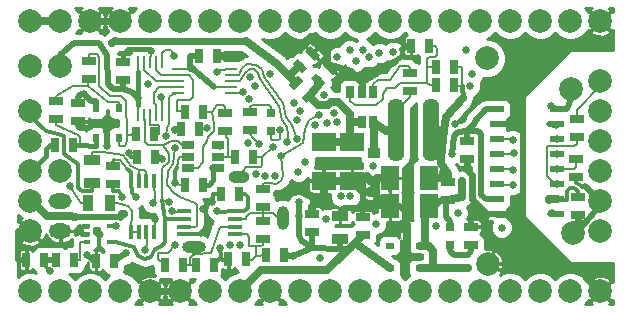
<source format=gtl>
G04 (created by PCBNEW-RS274X (2011-05-25)-stable) date Mon 08 Dec 2014 09:37:15 GMT*
G01*
G70*
G90*
%MOIN*%
G04 Gerber Fmt 3.4, Leading zero omitted, Abs format*
%FSLAX34Y34*%
G04 APERTURE LIST*
%ADD10C,0.006000*%
%ADD11R,0.039400X0.027600*%
%ADD12R,0.027600X0.039400*%
%ADD13R,0.020000X0.030000*%
%ADD14R,0.030000X0.020000*%
%ADD15R,0.045000X0.020000*%
%ADD16R,0.055000X0.035000*%
%ADD17R,0.035000X0.055000*%
%ADD18R,0.025000X0.045000*%
%ADD19R,0.045000X0.025000*%
%ADD20C,0.078700*%
%ADD21O,0.074800X0.051200*%
%ADD22O,0.078300X0.051200*%
%ADD23R,0.050000X0.015000*%
%ADD24R,0.015000X0.050000*%
%ADD25R,0.010600X0.039400*%
%ADD26R,0.039400X0.010600*%
%ADD27R,0.031400X0.031400*%
%ADD28R,0.040200X0.035400*%
%ADD29O,0.055100X0.210200*%
%ADD30R,0.019700X0.015700*%
%ADD31O,0.070900X0.039400*%
%ADD32O,0.078700X0.039400*%
%ADD33O,0.039400X0.078700*%
%ADD34R,0.060000X0.080000*%
%ADD35R,0.080000X0.060000*%
%ADD36C,0.025000*%
%ADD37C,0.007900*%
%ADD38C,0.011800*%
%ADD39C,0.027600*%
%ADD40C,0.019700*%
%ADD41C,0.015700*%
%ADD42C,0.008000*%
%ADD43C,0.023600*%
%ADD44C,0.010000*%
G04 APERTURE END LIST*
G54D10*
G54D11*
X53256Y-35137D03*
X53256Y-35512D03*
X53256Y-35887D03*
X52256Y-35887D03*
X52256Y-35512D03*
X52256Y-35137D03*
G54D12*
X58416Y-34368D03*
X58041Y-34368D03*
X57666Y-34368D03*
X57666Y-33368D03*
X58041Y-33368D03*
X58416Y-33368D03*
G54D13*
X49192Y-34890D03*
X49942Y-34890D03*
X49192Y-33890D03*
X49567Y-34890D03*
X49942Y-33890D03*
G54D14*
X59969Y-39233D03*
X59969Y-38483D03*
X58969Y-39233D03*
X59969Y-38858D03*
X58969Y-38483D03*
G54D15*
X62543Y-33939D03*
X62543Y-34439D03*
X62543Y-34939D03*
X62543Y-35439D03*
X62543Y-35939D03*
X62543Y-36439D03*
X62543Y-36939D03*
X62543Y-37439D03*
X64543Y-37439D03*
X64543Y-36939D03*
X64543Y-36439D03*
X64543Y-35939D03*
X64543Y-35439D03*
X64543Y-34939D03*
X64543Y-34439D03*
X64543Y-33939D03*
G54D16*
X49055Y-36379D03*
X49055Y-35629D03*
G54D17*
X48916Y-37067D03*
X49666Y-37067D03*
G54D18*
X60290Y-31821D03*
X59690Y-31821D03*
X61107Y-32539D03*
X60507Y-32539D03*
G54D19*
X54303Y-34631D03*
X54303Y-34031D03*
G54D18*
X55438Y-38780D03*
X54838Y-38780D03*
G54D19*
X60925Y-36973D03*
X60925Y-36373D03*
X61693Y-38450D03*
X61693Y-37850D03*
G54D18*
X46865Y-38957D03*
X47465Y-38957D03*
G54D19*
X53500Y-34650D03*
X53500Y-34050D03*
G54D18*
X52072Y-39134D03*
X51472Y-39134D03*
G54D10*
G36*
X56522Y-33409D02*
X56204Y-33727D01*
X56028Y-33551D01*
X56346Y-33233D01*
X56522Y-33409D01*
X56522Y-33409D01*
G37*
G36*
X56098Y-32985D02*
X55780Y-33303D01*
X55604Y-33127D01*
X55922Y-32809D01*
X56098Y-32985D01*
X56098Y-32985D01*
G37*
G54D18*
X54198Y-38937D03*
X53598Y-38937D03*
X52141Y-34016D03*
X52741Y-34016D03*
X54434Y-35531D03*
X53834Y-35531D03*
G54D19*
X54744Y-37653D03*
X54744Y-38253D03*
X54745Y-36580D03*
X54745Y-37180D03*
G54D18*
X50525Y-34775D03*
X51125Y-34775D03*
G54D19*
X48937Y-32338D03*
X48937Y-32938D03*
X47854Y-34276D03*
X47854Y-33676D03*
G54D18*
X47810Y-35138D03*
X48410Y-35138D03*
G54D10*
G36*
X56040Y-32742D02*
X55722Y-32424D01*
X55898Y-32248D01*
X56216Y-32566D01*
X56040Y-32742D01*
X56040Y-32742D01*
G37*
G36*
X56464Y-32318D02*
X56146Y-32000D01*
X56322Y-31824D01*
X56640Y-32142D01*
X56464Y-32318D01*
X56464Y-32318D01*
G37*
G54D18*
X48450Y-38957D03*
X47850Y-38957D03*
G54D19*
X49744Y-35842D03*
X49744Y-36442D03*
X61547Y-35007D03*
X61547Y-35607D03*
X58071Y-38135D03*
X58071Y-37535D03*
G54D18*
X60154Y-37976D03*
X59554Y-37976D03*
X61107Y-33130D03*
X60507Y-33130D03*
G54D19*
X59646Y-32741D03*
X59646Y-33341D03*
X65236Y-36865D03*
X65236Y-37465D03*
G54D18*
X52535Y-39134D03*
X53135Y-39134D03*
G54D19*
X50079Y-32957D03*
X50079Y-32357D03*
G54D18*
X53942Y-36752D03*
X53342Y-36752D03*
G54D19*
X56398Y-38026D03*
X56398Y-37426D03*
G54D18*
X52613Y-32165D03*
X53213Y-32165D03*
X52761Y-36457D03*
X52161Y-36457D03*
X50566Y-35512D03*
X51166Y-35512D03*
G54D19*
X48583Y-33735D03*
X48583Y-34335D03*
G54D18*
X52603Y-34606D03*
X52003Y-34606D03*
X49788Y-38996D03*
X49188Y-38996D03*
G54D20*
X66000Y-38000D03*
X66000Y-37000D03*
X66000Y-36000D03*
X66000Y-35000D03*
X66000Y-34000D03*
X66000Y-33000D03*
X47000Y-38000D03*
X47000Y-37000D03*
X47000Y-36000D03*
X47000Y-35000D03*
X47000Y-34000D03*
G54D21*
X48000Y-38000D03*
G54D22*
X48000Y-37000D03*
G54D20*
X48000Y-36000D03*
X48000Y-32500D03*
X47000Y-32500D03*
G54D23*
X52125Y-37341D03*
X52125Y-37597D03*
X52125Y-37853D03*
X52125Y-38109D03*
X53825Y-38109D03*
X53825Y-37853D03*
X53825Y-37597D03*
X53825Y-37341D03*
G54D24*
X50356Y-38030D03*
X50612Y-38030D03*
X50868Y-38030D03*
X51124Y-38030D03*
X51124Y-36330D03*
X50868Y-36330D03*
X50612Y-36330D03*
X50356Y-36330D03*
G54D25*
X51400Y-32375D03*
X51200Y-32375D03*
X51000Y-32375D03*
X50800Y-32375D03*
X50600Y-32375D03*
X50600Y-34125D03*
X50800Y-34125D03*
X51000Y-34125D03*
X51200Y-34125D03*
X51400Y-34125D03*
G54D26*
X51920Y-32596D03*
X51920Y-32796D03*
X51920Y-32996D03*
X51920Y-33196D03*
X51920Y-33396D03*
X53670Y-33396D03*
X53670Y-33196D03*
X53670Y-32996D03*
X53670Y-32796D03*
X53670Y-32596D03*
G54D27*
X55020Y-34067D03*
X55020Y-34657D03*
X60984Y-37874D03*
X60984Y-38464D03*
G54D28*
X58445Y-36689D03*
X58445Y-35397D03*
G54D29*
X60364Y-34635D03*
X59182Y-34635D03*
G54D20*
X47000Y-40000D03*
X48000Y-40000D03*
X49000Y-40000D03*
X50000Y-40000D03*
X51000Y-40000D03*
X52000Y-40000D03*
X53000Y-40000D03*
X54000Y-40000D03*
X55000Y-40000D03*
X56000Y-40000D03*
X57000Y-40000D03*
X58000Y-40000D03*
X59000Y-40000D03*
X60000Y-40000D03*
X61000Y-40000D03*
X62000Y-40000D03*
X63000Y-40000D03*
X64000Y-40000D03*
X65000Y-40000D03*
X66000Y-40000D03*
X47000Y-31000D03*
X48000Y-31000D03*
X49000Y-31000D03*
X50000Y-31000D03*
X51000Y-31000D03*
X52000Y-31000D03*
X53000Y-31000D03*
X54000Y-31000D03*
X55000Y-31000D03*
X56000Y-31000D03*
X57000Y-31000D03*
X58000Y-31000D03*
X59000Y-31000D03*
X60000Y-31000D03*
X61000Y-31000D03*
X62000Y-31000D03*
X63000Y-31000D03*
X64000Y-31000D03*
X65000Y-31000D03*
X66000Y-31000D03*
G54D30*
X49646Y-38350D03*
X49646Y-37838D03*
X48898Y-37838D03*
X48898Y-38094D03*
X48898Y-38350D03*
G54D20*
X65032Y-33269D03*
X62212Y-32243D03*
X65071Y-38070D03*
X62251Y-39096D03*
G54D19*
X65197Y-35586D03*
X65197Y-36186D03*
X65217Y-34267D03*
X65217Y-34867D03*
G54D31*
X53937Y-36181D03*
G54D32*
X52441Y-38543D03*
G54D33*
X55433Y-37558D03*
G54D34*
X60276Y-36220D03*
X58976Y-36220D03*
G54D16*
X57323Y-38249D03*
X57323Y-37499D03*
G54D34*
X60280Y-37154D03*
X58980Y-37154D03*
G54D35*
X56772Y-35019D03*
X56772Y-36319D03*
G54D10*
G36*
X56654Y-33223D02*
X56336Y-32905D01*
X56512Y-32729D01*
X56830Y-33047D01*
X56654Y-33223D01*
X56654Y-33223D01*
G37*
G36*
X57078Y-32799D02*
X56760Y-32481D01*
X56936Y-32305D01*
X57254Y-32623D01*
X57078Y-32799D01*
X57078Y-32799D01*
G37*
G54D35*
X57717Y-35019D03*
X57717Y-36319D03*
G54D36*
X51634Y-37028D03*
X55543Y-35016D03*
X55102Y-35197D03*
X53307Y-35169D03*
X56606Y-34138D03*
X55339Y-35496D03*
X55150Y-36177D03*
X63091Y-36457D03*
X63091Y-34961D03*
X54616Y-35089D03*
X63091Y-35945D03*
X55000Y-32772D03*
X63110Y-35394D03*
X54335Y-32862D03*
X56654Y-38898D03*
X55890Y-34291D03*
X55799Y-33736D03*
X55988Y-33988D03*
X57228Y-32209D03*
X54488Y-33161D03*
X50906Y-33110D03*
X54819Y-36157D03*
X57850Y-32339D03*
X58094Y-31961D03*
X58299Y-32205D03*
X58630Y-32067D03*
X59098Y-32024D03*
X57118Y-34051D03*
X61516Y-31959D03*
X57224Y-34350D03*
X61732Y-32776D03*
X57667Y-36831D03*
X58528Y-37744D03*
X57642Y-31972D03*
X53992Y-38461D03*
X53642Y-38465D03*
X54291Y-33594D03*
X61240Y-37402D03*
X61663Y-33159D03*
X51800Y-32150D03*
X54252Y-35069D03*
X56850Y-37606D03*
X56772Y-33465D03*
X50827Y-38622D03*
X51083Y-37067D03*
X62709Y-37882D03*
X54508Y-36083D03*
X57343Y-36831D03*
X56161Y-35679D03*
X64291Y-36949D03*
X64350Y-33839D03*
X64508Y-34449D03*
X64390Y-37402D03*
X58425Y-35815D03*
X60512Y-37835D03*
X61043Y-35413D03*
X55935Y-36014D03*
X55750Y-38825D03*
X53228Y-37319D03*
X56484Y-34476D03*
X55949Y-37484D03*
X57835Y-38406D03*
X61555Y-34665D03*
X55965Y-37028D03*
X50600Y-33550D03*
X53098Y-35909D03*
X52425Y-32600D03*
X52894Y-34567D03*
X61398Y-36319D03*
X48799Y-33425D03*
X50197Y-38740D03*
X50295Y-35394D03*
X61594Y-39213D03*
X49854Y-37835D03*
X50531Y-36850D03*
X55709Y-32087D03*
X55709Y-32087D03*
X53976Y-32126D03*
X55335Y-34622D03*
X54071Y-33358D03*
X51378Y-35591D03*
X49567Y-35157D03*
X51004Y-31988D03*
X61154Y-34437D03*
X59185Y-37807D03*
X59803Y-35591D03*
X52756Y-37264D03*
X56890Y-34409D03*
X56890Y-32441D03*
X62217Y-37449D03*
X55217Y-36762D03*
X56654Y-36969D03*
X58220Y-36189D03*
X53327Y-38563D03*
X51803Y-34618D03*
X51811Y-36378D03*
X48898Y-38780D03*
X48642Y-37894D03*
X50059Y-36850D03*
X51142Y-37579D03*
X49528Y-34567D03*
X53039Y-37031D03*
X52870Y-37862D03*
X53228Y-32697D03*
X55874Y-34917D03*
X51358Y-33524D03*
X47657Y-39331D03*
X51732Y-37343D03*
X51831Y-38465D03*
X51831Y-35217D03*
X51535Y-34823D03*
X48327Y-36496D03*
X50118Y-37441D03*
X64543Y-35939D03*
X64543Y-34939D03*
X64543Y-36439D03*
X64543Y-35439D03*
X49724Y-31732D03*
G54D37*
X51634Y-37028D02*
X51385Y-36960D01*
X50800Y-34125D02*
X50804Y-34396D01*
X50804Y-34396D02*
X50817Y-34409D01*
X50817Y-35030D02*
X50915Y-35128D01*
X50915Y-35128D02*
X51435Y-35135D01*
X50817Y-35030D02*
X50817Y-34409D01*
X52047Y-35138D02*
X52256Y-35137D01*
G54D10*
X51929Y-34980D02*
X52047Y-35138D01*
G54D37*
X51732Y-34980D02*
X51929Y-34980D01*
X51435Y-35135D02*
X51732Y-34980D01*
G54D38*
X49646Y-38350D02*
X49854Y-38350D01*
X51378Y-38504D02*
X51378Y-38504D01*
X51378Y-38504D02*
X51496Y-38346D01*
X51496Y-38346D02*
X51500Y-37600D01*
X50200Y-38450D02*
X50450Y-38525D01*
X49854Y-38350D02*
X50200Y-38450D01*
X50450Y-38525D02*
X50575Y-38825D01*
X50575Y-38825D02*
X50825Y-38925D01*
X50825Y-38925D02*
X51025Y-38850D01*
X51025Y-38850D02*
X51142Y-38583D01*
X51142Y-38583D02*
X51378Y-38504D01*
X52125Y-37597D02*
X51500Y-37600D01*
G54D37*
X51435Y-35135D02*
X51614Y-35433D01*
X51614Y-35433D02*
X51604Y-35709D01*
X51604Y-35709D02*
X51385Y-35890D01*
X51385Y-35890D02*
X51385Y-36960D01*
G54D38*
X51385Y-36960D02*
X51500Y-37600D01*
G54D37*
X54643Y-32943D02*
X54585Y-32737D01*
X54309Y-32597D02*
X54161Y-32712D01*
X54437Y-32600D02*
X54309Y-32597D01*
X54585Y-32737D02*
X54437Y-32600D01*
X54161Y-32712D02*
X53997Y-33008D01*
X53997Y-33008D02*
X53670Y-32996D01*
X55543Y-35016D02*
X55594Y-34799D01*
X55594Y-34799D02*
X55564Y-34515D01*
X55564Y-34515D02*
X55382Y-34287D01*
X55382Y-34287D02*
X55294Y-33822D01*
X55294Y-33822D02*
X54643Y-32943D01*
X53937Y-36181D02*
X53937Y-36181D01*
X53937Y-36181D02*
X54193Y-35846D01*
X54724Y-35787D02*
X54724Y-35541D01*
X54685Y-35846D02*
X54724Y-35787D01*
X54193Y-35846D02*
X54685Y-35846D01*
X54434Y-35531D02*
X54724Y-35541D01*
X54724Y-35541D02*
X55102Y-35197D01*
X53268Y-35167D02*
X53307Y-35169D01*
X53256Y-35137D02*
X53268Y-35167D01*
X55339Y-35496D02*
X56091Y-35055D01*
X56299Y-34291D02*
X56606Y-34138D01*
X56167Y-34604D02*
X56299Y-34291D01*
X56091Y-35055D02*
X56167Y-34604D01*
X54745Y-36580D02*
X54745Y-36427D01*
X55429Y-36161D02*
X55339Y-35496D01*
X55350Y-36325D02*
X55429Y-36161D01*
X54783Y-36388D02*
X54980Y-36380D01*
X54980Y-36380D02*
X55197Y-36417D01*
X55197Y-36417D02*
X55350Y-36325D01*
X54745Y-36427D02*
X54783Y-36388D01*
X63091Y-36457D02*
X62561Y-36457D01*
X62561Y-36457D02*
X62543Y-36439D01*
X63091Y-34961D02*
X63069Y-34939D01*
X63069Y-34939D02*
X62543Y-34939D01*
X54303Y-34631D02*
X54303Y-34771D01*
X54418Y-34891D02*
X54616Y-35089D01*
X54418Y-34886D02*
X54418Y-34891D01*
X54303Y-34771D02*
X54418Y-34886D01*
X54616Y-35089D02*
X54715Y-35000D01*
X63091Y-35945D02*
X63085Y-35939D01*
X63085Y-35939D02*
X62543Y-35939D01*
X62543Y-35439D02*
X63065Y-35439D01*
X63065Y-35439D02*
X63110Y-35394D01*
X51400Y-32050D02*
X51400Y-32375D01*
X51800Y-32150D02*
X51675Y-31975D01*
X51675Y-31975D02*
X51475Y-31975D01*
X51475Y-31975D02*
X51400Y-32050D01*
X50827Y-38622D02*
X50827Y-38524D01*
X50896Y-38455D02*
X50868Y-38030D01*
X50827Y-38524D02*
X50896Y-38455D01*
X51083Y-37067D02*
X51152Y-36998D01*
X51152Y-36998D02*
X51124Y-36330D01*
G54D39*
X64543Y-36939D02*
X64302Y-36939D01*
X64302Y-36939D02*
X64291Y-36949D01*
G54D40*
X64543Y-33939D02*
X64528Y-33937D01*
X64528Y-33937D02*
X64350Y-33839D01*
X64543Y-33939D02*
X64902Y-33937D01*
X64902Y-33937D02*
X65032Y-33610D01*
X65032Y-33610D02*
X65032Y-33269D01*
G54D38*
X64543Y-36939D02*
X64882Y-36949D01*
X65236Y-36654D02*
X65236Y-36865D01*
X65118Y-36575D02*
X65236Y-36654D01*
X65000Y-36575D02*
X65118Y-36575D01*
X64886Y-36672D02*
X65000Y-36575D01*
X64882Y-36949D02*
X64886Y-36672D01*
G54D37*
X65217Y-34267D02*
X65217Y-33976D01*
X65217Y-33976D02*
X66000Y-33154D01*
X66000Y-33154D02*
X66000Y-33000D01*
G54D38*
X65071Y-38070D02*
X65138Y-38070D01*
G54D40*
X65138Y-38070D02*
X65551Y-37657D01*
X64543Y-34439D02*
X64282Y-34439D01*
X64282Y-34439D02*
X64508Y-34449D01*
G54D37*
X65236Y-37465D02*
X65236Y-37519D01*
X65236Y-37519D02*
X65374Y-37657D01*
X65374Y-37657D02*
X65551Y-37657D01*
X66000Y-37130D02*
X66000Y-37000D01*
G54D40*
X65551Y-37657D02*
X66000Y-37130D01*
X65236Y-37465D02*
X65236Y-37905D01*
X65236Y-37905D02*
X65071Y-38070D01*
X64543Y-37439D02*
X64329Y-37439D01*
X64329Y-37439D02*
X64390Y-37402D01*
G54D38*
X65197Y-36186D02*
X65197Y-36398D01*
G54D40*
X65496Y-36496D02*
X66000Y-37000D01*
G54D41*
X65374Y-36496D02*
X65496Y-36496D01*
G54D38*
X65197Y-36398D02*
X65374Y-36496D01*
G54D37*
X51920Y-32596D02*
X52333Y-32589D01*
G54D40*
X57323Y-38249D02*
X57327Y-38598D01*
G54D39*
X57835Y-38406D02*
X58071Y-38135D01*
X57835Y-38406D02*
X56870Y-39287D01*
G54D40*
X55438Y-38780D02*
X55736Y-38839D01*
X55736Y-38839D02*
X55750Y-38825D01*
X56398Y-38026D02*
X56374Y-38577D01*
G54D39*
X57835Y-38406D02*
X58969Y-39233D01*
G54D40*
X57679Y-38595D02*
X57327Y-38598D01*
X57327Y-38598D02*
X56374Y-38577D01*
X56374Y-38577D02*
X55750Y-38825D01*
X57835Y-38406D02*
X57679Y-38595D01*
G54D39*
X56870Y-39287D02*
X54686Y-39292D01*
X54686Y-39292D02*
X54000Y-40000D01*
G54D40*
X61135Y-34820D02*
X61250Y-34710D01*
X61043Y-35413D02*
X61135Y-34820D01*
X61250Y-34710D02*
X61555Y-34665D01*
G54D38*
X53942Y-36752D02*
X54139Y-36752D01*
X54240Y-36853D02*
X54240Y-37238D01*
X54240Y-37238D02*
X54135Y-37340D01*
X54135Y-37340D02*
X53825Y-37341D01*
X54139Y-36752D02*
X54240Y-36853D01*
G54D37*
X53670Y-33196D02*
X53110Y-33193D01*
G54D40*
X53110Y-33193D02*
X52425Y-32600D01*
G54D38*
X53228Y-37319D02*
X53298Y-37352D01*
X53298Y-37352D02*
X53825Y-37341D01*
G54D40*
X61555Y-34665D02*
X61929Y-34665D01*
X61929Y-34665D02*
X62028Y-34764D01*
X62028Y-34764D02*
X62028Y-36792D01*
X62028Y-36792D02*
X62175Y-36939D01*
X62175Y-36939D02*
X62543Y-36939D01*
X61555Y-34665D02*
X61547Y-35007D01*
X61555Y-34665D02*
X61811Y-34409D01*
X62183Y-33939D02*
X62543Y-33939D01*
X61811Y-34311D02*
X62183Y-33939D01*
X61811Y-34409D02*
X61811Y-34311D01*
X55950Y-37480D02*
X55965Y-37028D01*
X55965Y-38155D02*
X55950Y-37480D01*
X56042Y-38336D02*
X55965Y-38155D01*
X56374Y-38577D02*
X56042Y-38336D01*
X50079Y-32957D02*
X50075Y-33275D01*
X50075Y-33275D02*
X50400Y-33375D01*
X50400Y-33375D02*
X50600Y-33550D01*
G54D41*
X50600Y-33550D02*
X50600Y-32700D01*
G54D37*
X50600Y-32700D02*
X50600Y-32375D01*
G54D41*
X53100Y-36280D02*
X52963Y-36457D01*
X52963Y-36457D02*
X52761Y-36457D01*
X53098Y-35909D02*
X53100Y-36280D01*
G54D40*
X52333Y-32589D02*
X52425Y-32600D01*
G54D10*
X52855Y-34606D02*
X52603Y-34606D01*
X52894Y-34567D02*
X52855Y-34606D01*
G54D40*
X48000Y-32500D02*
X47992Y-32126D01*
X49276Y-31728D02*
X49567Y-32126D01*
X49567Y-32126D02*
X49575Y-33100D01*
X49575Y-33100D02*
X49748Y-33254D01*
X49748Y-33254D02*
X50075Y-33275D01*
X47992Y-32126D02*
X48461Y-31724D01*
X48461Y-31724D02*
X49276Y-31728D01*
G54D10*
X53098Y-35909D02*
X53248Y-35915D01*
X53248Y-35915D02*
X53250Y-35900D01*
X53250Y-35900D02*
X53250Y-35900D01*
X53250Y-35900D02*
X53250Y-35900D01*
X53250Y-35900D02*
X53256Y-35887D01*
G54D40*
X52333Y-32589D02*
X52333Y-32175D01*
X52333Y-32175D02*
X52613Y-32165D01*
G54D41*
X50600Y-33550D02*
X50600Y-33800D01*
G54D42*
X50600Y-33800D02*
X50600Y-34125D01*
G54D39*
X60154Y-37976D02*
X60154Y-37280D01*
X60154Y-37280D02*
X60280Y-37154D01*
G54D40*
X60280Y-37154D02*
X60491Y-37154D01*
X60491Y-37154D02*
X60673Y-36972D01*
X60673Y-36972D02*
X60925Y-36973D01*
X60984Y-37874D02*
X60984Y-37669D01*
X60839Y-37059D02*
X60925Y-36973D01*
X60839Y-37524D02*
X60839Y-37059D01*
X60984Y-37669D02*
X60839Y-37524D01*
G54D39*
X59969Y-38483D02*
X60052Y-38483D01*
X60052Y-38483D02*
X60154Y-38381D01*
X60154Y-38381D02*
X60154Y-37976D01*
X60925Y-36973D02*
X61370Y-36859D01*
X61370Y-36859D02*
X61398Y-36831D01*
X61398Y-36831D02*
X61398Y-36319D01*
X59969Y-39233D02*
X61594Y-39213D01*
G54D10*
X61594Y-39213D02*
X61594Y-39213D01*
G54D39*
X59969Y-38483D02*
X60276Y-38496D01*
X60425Y-39240D02*
X59969Y-39233D01*
X60425Y-39236D02*
X60425Y-39240D01*
X60421Y-38657D02*
X60425Y-39236D01*
X60276Y-38496D02*
X60421Y-38657D01*
G54D40*
X50197Y-38740D02*
X49788Y-38996D01*
G54D38*
X50295Y-35394D02*
X50354Y-35522D01*
X50347Y-35512D02*
X50566Y-35512D01*
X50354Y-35522D02*
X50347Y-35512D01*
X49744Y-35842D02*
X49744Y-35708D01*
X50354Y-36024D02*
X50356Y-36330D01*
X50207Y-35935D02*
X50354Y-36024D01*
G54D37*
X50000Y-35640D02*
X50207Y-35935D01*
X49774Y-35640D02*
X50000Y-35640D01*
G54D38*
X49744Y-35708D02*
X49774Y-35640D01*
G54D10*
X49854Y-37835D02*
X49646Y-37838D01*
G54D40*
X48799Y-33425D02*
X48701Y-33425D01*
X48583Y-33543D02*
X48583Y-33735D01*
X48701Y-33425D02*
X48583Y-33543D01*
X49192Y-33681D02*
X49192Y-33890D01*
X49172Y-33661D02*
X49192Y-33681D01*
X49035Y-33661D02*
X49172Y-33661D01*
X48799Y-33425D02*
X49035Y-33661D01*
G54D38*
X50394Y-36732D02*
X50356Y-36330D01*
X50531Y-36850D02*
X50394Y-36732D01*
G54D39*
X56772Y-36319D02*
X56772Y-36851D01*
X56772Y-36851D02*
X56654Y-36969D01*
X56772Y-36319D02*
X57717Y-36319D01*
X57717Y-36319D02*
X58087Y-36689D01*
X58087Y-36689D02*
X58445Y-36689D01*
G54D37*
X55020Y-34657D02*
X55020Y-34913D01*
X55316Y-34641D02*
X55335Y-34622D01*
X55316Y-34913D02*
X55316Y-34641D01*
X55268Y-34961D02*
X55316Y-34913D01*
X55068Y-34961D02*
X55268Y-34961D01*
X55020Y-34913D02*
X55068Y-34961D01*
G54D38*
X51811Y-36378D02*
X51811Y-36024D01*
G54D40*
X48583Y-34335D02*
X48583Y-34508D01*
X49370Y-34409D02*
X49528Y-34567D01*
X49105Y-34409D02*
X49370Y-34409D01*
X48937Y-34577D02*
X49105Y-34409D01*
X48652Y-34577D02*
X48937Y-34577D01*
X48583Y-34508D02*
X48652Y-34577D01*
G54D43*
X58041Y-33002D02*
X58002Y-33002D01*
X56890Y-32441D02*
X56890Y-32441D01*
X57677Y-32677D02*
X56890Y-32441D01*
X58002Y-33002D02*
X57677Y-32677D01*
X59690Y-31821D02*
X59498Y-31821D01*
X58041Y-33002D02*
X59154Y-32343D01*
X58041Y-33002D02*
X58041Y-33368D01*
G54D41*
X59400Y-32117D02*
X59154Y-32343D01*
X59400Y-31940D02*
X59400Y-32117D01*
G54D43*
X59498Y-31821D02*
X59400Y-31940D01*
G54D40*
X62217Y-37449D02*
X61866Y-37449D01*
X61693Y-37622D02*
X61693Y-37850D01*
X61866Y-37449D02*
X61693Y-37622D01*
G54D39*
X59554Y-37976D02*
X59554Y-38735D01*
X59554Y-38735D02*
X59677Y-38858D01*
X59677Y-38858D02*
X59969Y-38858D01*
X59185Y-37807D02*
X59385Y-37807D01*
X59385Y-37807D02*
X59554Y-37976D01*
G54D40*
X58980Y-37154D02*
X59323Y-37154D01*
X59323Y-37154D02*
X59554Y-37385D01*
X59554Y-37385D02*
X59554Y-37976D01*
X58980Y-37154D02*
X58604Y-37154D01*
X58604Y-37154D02*
X58575Y-37125D01*
X57323Y-37499D02*
X57323Y-37352D01*
X57323Y-37352D02*
X57450Y-37225D01*
X57450Y-37225D02*
X58050Y-37225D01*
G54D39*
X58445Y-36689D02*
X58445Y-36417D01*
X58445Y-36417D02*
X58504Y-36476D01*
X58543Y-36220D02*
X58976Y-36220D01*
X58504Y-36476D02*
X58543Y-36220D01*
G54D38*
X62251Y-39096D02*
X63222Y-39096D01*
X63570Y-38748D02*
X63693Y-38748D01*
X63222Y-39096D02*
X63570Y-38748D01*
G54D41*
X50079Y-32357D02*
X50079Y-32087D01*
X50945Y-31929D02*
X51004Y-31988D01*
X50236Y-31929D02*
X50945Y-31929D01*
X50079Y-32087D02*
X50236Y-31929D01*
G54D39*
X55709Y-32087D02*
X56339Y-31535D01*
X56890Y-32087D02*
X56890Y-32441D01*
X56339Y-31535D02*
X56890Y-32087D01*
G54D41*
X58575Y-37125D02*
X58570Y-36825D01*
G54D39*
X58228Y-36161D02*
X58220Y-36189D01*
X58445Y-36417D02*
X58228Y-36161D01*
X53780Y-32165D02*
X53213Y-32165D01*
X53780Y-32165D02*
X53976Y-32126D01*
G54D43*
X51000Y-40000D02*
X52000Y-40000D01*
X49000Y-31000D02*
X50000Y-31000D01*
G54D10*
X53670Y-33396D02*
X54018Y-33396D01*
X54018Y-33396D02*
X54071Y-33358D01*
G54D38*
X51890Y-35866D02*
X51811Y-36024D01*
G54D37*
X51949Y-35512D02*
X51890Y-35866D01*
X52256Y-35512D02*
X51949Y-35512D01*
G54D40*
X51166Y-35512D02*
X51299Y-35512D01*
X51299Y-35512D02*
X51378Y-35591D01*
X49567Y-35157D02*
X49567Y-34890D01*
G54D37*
X51004Y-31988D02*
X51000Y-32375D01*
G54D41*
X58071Y-37535D02*
X58050Y-37225D01*
G54D40*
X58030Y-36240D02*
X58220Y-36189D01*
G54D43*
X61547Y-35607D02*
X61550Y-35950D01*
X61550Y-35950D02*
X61725Y-36125D01*
X61725Y-36125D02*
X61725Y-36925D01*
X61725Y-36925D02*
X62217Y-37449D01*
X62543Y-37439D02*
X63088Y-37439D01*
G54D39*
X63088Y-37439D02*
X63472Y-37823D01*
X63472Y-37823D02*
X63472Y-38527D01*
X63472Y-38527D02*
X63693Y-38748D01*
X63693Y-38748D02*
X64216Y-39271D01*
X64216Y-39271D02*
X65271Y-39271D01*
X65271Y-39271D02*
X66000Y-40000D01*
X56398Y-37426D02*
X56398Y-37205D01*
X56398Y-37205D02*
X56654Y-36969D01*
G54D40*
X63317Y-34439D02*
X62543Y-34439D01*
X63425Y-34547D02*
X63317Y-34439D01*
X63425Y-37102D02*
X63425Y-34547D01*
X63088Y-37439D02*
X63425Y-37102D01*
X62167Y-37439D02*
X62543Y-37439D01*
X62217Y-37449D02*
X62167Y-37439D01*
G54D39*
X56024Y-36654D02*
X55217Y-36762D01*
X56654Y-36969D02*
X56024Y-36654D01*
G54D41*
X58050Y-37225D02*
X58150Y-37200D01*
X58150Y-37200D02*
X58450Y-37200D01*
X58450Y-37200D02*
X58575Y-37125D01*
X58070Y-36880D02*
X58150Y-37200D01*
G54D40*
X58030Y-36240D02*
X58071Y-36476D01*
X58071Y-36476D02*
X58070Y-36880D01*
G54D10*
X53327Y-38563D02*
X53350Y-38850D01*
G54D38*
X53400Y-38950D02*
X53598Y-38937D01*
X53350Y-38850D02*
X53400Y-38950D01*
X53135Y-39134D02*
X53300Y-38950D01*
X53300Y-38950D02*
X53350Y-38850D01*
X53350Y-38850D02*
X53327Y-38563D01*
G54D40*
X52003Y-34606D02*
X51771Y-34606D01*
X51771Y-34606D02*
X51803Y-34618D01*
X46865Y-38957D02*
X46584Y-38967D01*
X46584Y-38967D02*
X46584Y-38002D01*
X46584Y-38002D02*
X47000Y-38000D01*
G54D37*
X51811Y-36378D02*
X51969Y-36457D01*
X51969Y-36457D02*
X52161Y-36457D01*
G54D40*
X49188Y-38996D02*
X49114Y-38996D01*
X49114Y-38996D02*
X48898Y-38780D01*
G54D41*
X48730Y-38100D02*
X48898Y-38094D01*
X48642Y-37894D02*
X48730Y-38100D01*
X48750Y-37835D02*
X48898Y-37838D01*
X48642Y-37894D02*
X48750Y-37835D01*
G54D38*
X49744Y-36442D02*
X49744Y-36663D01*
X49744Y-36663D02*
X49951Y-36663D01*
X49951Y-36663D02*
X50061Y-36850D01*
X50061Y-36850D02*
X50059Y-36850D01*
G54D10*
X51152Y-37589D02*
X51124Y-38030D01*
X51142Y-37579D02*
X51152Y-37589D01*
G54D40*
X49567Y-34890D02*
X49528Y-34567D01*
G54D38*
X53342Y-36752D02*
X53085Y-36755D01*
X53085Y-36755D02*
X53039Y-37031D01*
X52675Y-38100D02*
X52150Y-38100D01*
G54D10*
X52150Y-38100D02*
X52125Y-38109D01*
G54D40*
X52870Y-37862D02*
X52675Y-38100D01*
G54D39*
X48000Y-31000D02*
X47000Y-31000D01*
G54D43*
X48000Y-31000D02*
X48000Y-31032D01*
G54D37*
X53228Y-32697D02*
X53313Y-32612D01*
X53313Y-32612D02*
X53670Y-32596D01*
X54780Y-32866D02*
X54716Y-32591D01*
X55431Y-33738D02*
X54780Y-32866D01*
X55713Y-34465D02*
X55531Y-34201D01*
X55531Y-34201D02*
X55431Y-33738D01*
X55874Y-34917D02*
X55713Y-34465D01*
X53947Y-32795D02*
X53670Y-32796D01*
X54059Y-32560D02*
X53947Y-32795D01*
X54716Y-32591D02*
X54531Y-32444D01*
X54531Y-32444D02*
X54213Y-32441D01*
X54213Y-32441D02*
X54059Y-32560D01*
X51200Y-34125D02*
X51200Y-33800D01*
X51200Y-33800D02*
X51125Y-33725D01*
X51125Y-33725D02*
X51125Y-33400D01*
X51920Y-33196D02*
X51300Y-33200D01*
X51300Y-33200D02*
X51125Y-33400D01*
X52141Y-34016D02*
X51886Y-33996D01*
X51886Y-33996D02*
X51886Y-33642D01*
X51886Y-33642D02*
X52303Y-33642D01*
X52303Y-33642D02*
X52421Y-33524D01*
X52421Y-33524D02*
X52421Y-32972D01*
X52421Y-32972D02*
X52300Y-32800D01*
X52300Y-32800D02*
X51920Y-32796D01*
X51920Y-32796D02*
X51358Y-32795D01*
X51201Y-32638D02*
X51200Y-32375D01*
X51358Y-32795D02*
X51201Y-32638D01*
X51400Y-33575D02*
X51400Y-34125D01*
X51358Y-33524D02*
X51400Y-33575D01*
G54D40*
X47461Y-38957D02*
X47465Y-38957D01*
G54D38*
X47465Y-39139D02*
X47657Y-39331D01*
X47465Y-39139D02*
X47465Y-38957D01*
G54D40*
X47850Y-38957D02*
X47461Y-38957D01*
G54D41*
X47810Y-35138D02*
X47657Y-35138D01*
X47520Y-35480D02*
X47000Y-36000D01*
X47520Y-35256D02*
X47520Y-35480D01*
X47657Y-35138D02*
X47520Y-35256D01*
G54D37*
X51920Y-32996D02*
X51175Y-32978D01*
X51175Y-32978D02*
X50800Y-32640D01*
X50800Y-32640D02*
X50800Y-32375D01*
X54303Y-34031D02*
X54303Y-33866D01*
X54303Y-33866D02*
X54394Y-33799D01*
X54394Y-33799D02*
X54945Y-33803D01*
X54945Y-33803D02*
X55020Y-33870D01*
X55020Y-33870D02*
X55020Y-34067D01*
G54D10*
X53839Y-35512D02*
X53834Y-35531D01*
G54D37*
X53583Y-35512D02*
X53583Y-34941D01*
X53504Y-34852D02*
X53500Y-34650D01*
X53583Y-34941D02*
X53504Y-34852D01*
X53256Y-35512D02*
X53583Y-35512D01*
X53583Y-35512D02*
X53839Y-35512D01*
X53839Y-35512D02*
X53583Y-35512D01*
X53583Y-35512D02*
X53839Y-35512D01*
X51472Y-39134D02*
X51245Y-38937D01*
X51245Y-38937D02*
X51260Y-38740D01*
X51260Y-38740D02*
X51576Y-38727D01*
X51576Y-38727D02*
X51831Y-38465D01*
X51841Y-37352D02*
X52125Y-37341D01*
X51732Y-37343D02*
X51841Y-37352D01*
X47854Y-33676D02*
X47854Y-33484D01*
X48425Y-33164D02*
X48925Y-33164D01*
X47854Y-33484D02*
X48425Y-33164D01*
G54D42*
X48937Y-32938D02*
X48925Y-33164D01*
X48925Y-33164D02*
X49596Y-33681D01*
X49596Y-33681D02*
X49941Y-33681D01*
X49942Y-33890D02*
X49941Y-33681D01*
G54D37*
X55433Y-37558D02*
X55255Y-37558D01*
X55255Y-37558D02*
X55099Y-37402D01*
X55099Y-37402D02*
X54744Y-37402D01*
G54D38*
X54745Y-37180D02*
X54745Y-37180D01*
G54D37*
X54745Y-37180D02*
X54744Y-37402D01*
X54744Y-37653D02*
X54744Y-37402D01*
X54744Y-37402D02*
X54744Y-37402D01*
X54744Y-37402D02*
X54305Y-37400D01*
X54305Y-37400D02*
X54185Y-37515D01*
X54185Y-37515D02*
X54180Y-37595D01*
X54180Y-37595D02*
X53825Y-37597D01*
X54838Y-38780D02*
X54520Y-38839D01*
X54520Y-38839D02*
X54508Y-38827D01*
X54198Y-38937D02*
X54378Y-38957D01*
X54508Y-38827D02*
X54508Y-38504D01*
X54378Y-38957D02*
X54508Y-38827D01*
X53825Y-38109D02*
X54207Y-38109D01*
X54744Y-38453D02*
X54744Y-38253D01*
X54693Y-38504D02*
X54744Y-38453D01*
X54319Y-38504D02*
X54508Y-38504D01*
X54508Y-38504D02*
X54693Y-38504D01*
X54295Y-38480D02*
X54319Y-38504D01*
X54295Y-38197D02*
X54295Y-38480D01*
X54207Y-38109D02*
X54295Y-38197D01*
G54D42*
X47854Y-34276D02*
X47868Y-34448D01*
X47868Y-34448D02*
X48227Y-34637D01*
X48597Y-34793D02*
X48661Y-34862D01*
X48227Y-34637D02*
X48597Y-34793D01*
X48661Y-34862D02*
X48661Y-35138D01*
G54D41*
X48410Y-35138D02*
X48661Y-35138D01*
X49200Y-35150D02*
X49192Y-34890D01*
X48661Y-35138D02*
X49200Y-35150D01*
G54D37*
X53500Y-34050D02*
X53500Y-33875D01*
X53500Y-33875D02*
X53425Y-33800D01*
X53425Y-33800D02*
X53209Y-33809D01*
X53209Y-33809D02*
X53051Y-34016D01*
X52756Y-35709D02*
X52750Y-35200D01*
X53125Y-34425D02*
X53130Y-34675D01*
X53051Y-34016D02*
X53125Y-34425D01*
X52874Y-34980D02*
X52750Y-35200D01*
X52913Y-34852D02*
X52874Y-34980D01*
X53130Y-34675D02*
X52913Y-34852D01*
X52756Y-35709D02*
X52598Y-35879D01*
X52598Y-35879D02*
X52256Y-35887D01*
X52741Y-34016D02*
X53051Y-34016D01*
X48661Y-38350D02*
X48898Y-38350D01*
X48450Y-38957D02*
X48661Y-38957D01*
X48661Y-38957D02*
X48661Y-38350D01*
G54D10*
X51125Y-34775D02*
X51300Y-34775D01*
X51000Y-34450D02*
X51000Y-34125D01*
X51300Y-34450D02*
X51000Y-34450D01*
X51300Y-34775D02*
X51300Y-34450D01*
G54D37*
X50525Y-34775D02*
X50217Y-34783D01*
X48937Y-32338D02*
X48937Y-32096D01*
X48937Y-32096D02*
X49222Y-32096D01*
X49222Y-32096D02*
X49301Y-32185D01*
X49301Y-32185D02*
X49300Y-33175D01*
X49665Y-33484D02*
X50005Y-33508D01*
X50005Y-33508D02*
X50196Y-33654D01*
X49300Y-33175D02*
X49665Y-33484D01*
X50196Y-33654D02*
X50217Y-34783D01*
G54D42*
X49942Y-35119D02*
X49942Y-34890D01*
X49980Y-35157D02*
X49942Y-35119D01*
X50163Y-35157D02*
X49980Y-35157D01*
X50217Y-34783D02*
X50225Y-35005D01*
X50225Y-35005D02*
X50163Y-35157D01*
G54D37*
X52125Y-37853D02*
X52501Y-37864D01*
X52501Y-37864D02*
X52539Y-37826D01*
X51745Y-33412D02*
X51920Y-33396D01*
G54D10*
X52539Y-37826D02*
X52539Y-37130D01*
G54D37*
X52539Y-37130D02*
X52480Y-37047D01*
X51780Y-36732D02*
X51565Y-36447D01*
X51969Y-36850D02*
X51780Y-36732D01*
X52480Y-37047D02*
X51969Y-36850D01*
X51752Y-35758D02*
X51831Y-35217D01*
X51575Y-35994D02*
X51752Y-35758D01*
X51565Y-36447D02*
X51575Y-35994D01*
X51565Y-34557D02*
X51625Y-34425D01*
X51535Y-34823D02*
X51565Y-34557D01*
X51625Y-34425D02*
X51634Y-33523D01*
X51634Y-33523D02*
X51745Y-33412D01*
X52441Y-38543D02*
X52441Y-38740D01*
X52441Y-38740D02*
X52303Y-38878D01*
G54D10*
X52072Y-39134D02*
X52303Y-39134D01*
G54D37*
X53307Y-37855D02*
X53813Y-37855D01*
X53813Y-37855D02*
X53825Y-37853D01*
X52484Y-38746D02*
X53017Y-38743D01*
X52303Y-38878D02*
X52484Y-38746D01*
X53017Y-38743D02*
X53307Y-37855D01*
G54D10*
X52303Y-39134D02*
X52303Y-38878D01*
X52303Y-39134D02*
X52535Y-39134D01*
G54D38*
X49055Y-36379D02*
X49055Y-36664D01*
X47000Y-34146D02*
X47000Y-34000D01*
X47519Y-34665D02*
X47000Y-34146D01*
X47913Y-34752D02*
X47519Y-34665D01*
X48110Y-34843D02*
X47913Y-34752D01*
X48110Y-35433D02*
X48110Y-34843D01*
X48583Y-35768D02*
X48110Y-35433D01*
X48593Y-36565D02*
X48583Y-35768D01*
X48720Y-36663D02*
X48593Y-36565D01*
X49055Y-36664D02*
X48720Y-36663D01*
G54D37*
X48916Y-37067D02*
X48701Y-37067D01*
X48441Y-36713D02*
X48327Y-36496D01*
X48701Y-37067D02*
X48441Y-36713D01*
X50615Y-35945D02*
X50795Y-35950D01*
X50795Y-35950D02*
X50866Y-36024D01*
X50866Y-36024D02*
X50868Y-36330D01*
X49055Y-35629D02*
X49055Y-35354D01*
X50354Y-35827D02*
X50620Y-35945D01*
X50620Y-35945D02*
X50615Y-35945D01*
X49380Y-35354D02*
X49892Y-35442D01*
X49892Y-35442D02*
X50069Y-35472D01*
X50069Y-35472D02*
X50354Y-35827D01*
X49055Y-35354D02*
X49380Y-35354D01*
X50615Y-35945D02*
X50612Y-36330D01*
G54D10*
X50356Y-38030D02*
X50384Y-37982D01*
X50640Y-37982D02*
X50612Y-38030D01*
X50591Y-38031D02*
X50640Y-37982D01*
X50433Y-38031D02*
X50591Y-38031D01*
X50384Y-37982D02*
X50433Y-38031D01*
G54D37*
X50356Y-38030D02*
X50374Y-37343D01*
X49892Y-37067D02*
X49666Y-37067D01*
X50256Y-37165D02*
X49892Y-37067D01*
X50374Y-37343D02*
X50256Y-37165D01*
G54D39*
X48476Y-37543D02*
X48327Y-37508D01*
X48327Y-37508D02*
X47564Y-37508D01*
G54D43*
X50047Y-37441D02*
X49984Y-37543D01*
G54D40*
X49984Y-37543D02*
X48476Y-37543D01*
G54D39*
X50118Y-37441D02*
X50047Y-37441D01*
X47564Y-37508D02*
X47056Y-37000D01*
X47056Y-37000D02*
X47000Y-37000D01*
G54D37*
X64543Y-35939D02*
X65105Y-35939D01*
X65105Y-35939D02*
X65197Y-35847D01*
X65197Y-35847D02*
X65197Y-35586D01*
X65217Y-34867D02*
X65217Y-35098D01*
X65217Y-35098D02*
X65118Y-35177D01*
X65118Y-35177D02*
X64232Y-35177D01*
X64232Y-35177D02*
X64213Y-35196D01*
X64213Y-35196D02*
X64213Y-36162D01*
X64213Y-36162D02*
X64490Y-36439D01*
X64490Y-36439D02*
X64543Y-36439D01*
X58416Y-33368D02*
X58415Y-33110D01*
X59646Y-32569D02*
X59646Y-32741D01*
X59577Y-32500D02*
X59646Y-32569D01*
X59331Y-32500D02*
X59577Y-32500D01*
X58995Y-32973D02*
X59331Y-32500D01*
X58579Y-32964D02*
X58995Y-32973D01*
X58415Y-33110D02*
X58579Y-32964D01*
G54D40*
X60984Y-38464D02*
X60984Y-38657D01*
X61693Y-38673D02*
X61693Y-38450D01*
X61579Y-38787D02*
X61693Y-38673D01*
X61114Y-38787D02*
X61579Y-38787D01*
X60984Y-38657D02*
X61114Y-38787D01*
G54D39*
X60276Y-36220D02*
X60709Y-36220D01*
X60709Y-36220D02*
X60787Y-35925D01*
X60787Y-35925D02*
X60925Y-36102D01*
X60925Y-36102D02*
X60925Y-36373D01*
X60925Y-36373D02*
X60925Y-36083D01*
X60670Y-35545D02*
X60678Y-35727D01*
X60795Y-34635D02*
X60670Y-35545D01*
X60925Y-36083D02*
X60678Y-35727D01*
G54D41*
X61398Y-33159D02*
X61407Y-33573D01*
G54D39*
X61407Y-33573D02*
X60846Y-34183D01*
X60846Y-34183D02*
X60795Y-34635D01*
G54D37*
X61107Y-32539D02*
X61398Y-32539D01*
X61398Y-32539D02*
X61398Y-33159D01*
X61398Y-33159D02*
X61107Y-33130D01*
G54D39*
X60364Y-34635D02*
X60795Y-34635D01*
X58858Y-34646D02*
X58863Y-34635D01*
X58445Y-35397D02*
X58445Y-34397D01*
X58445Y-34397D02*
X58416Y-34368D01*
G54D37*
X59646Y-33341D02*
X59646Y-33543D01*
X59182Y-34007D02*
X59182Y-34635D01*
X59646Y-33543D02*
X59182Y-34007D01*
G54D39*
X58416Y-34368D02*
X58858Y-34646D01*
X58863Y-34635D02*
X59182Y-34635D01*
X55969Y-32495D02*
X55942Y-32495D01*
X55942Y-32495D02*
X55616Y-32821D01*
X55851Y-33056D02*
X55616Y-32821D01*
X55616Y-32821D02*
X55225Y-32430D01*
X49724Y-31732D02*
X49828Y-31658D01*
G54D43*
X49828Y-31658D02*
X54187Y-31654D01*
G54D39*
X54187Y-31654D02*
X55225Y-32430D01*
G54D37*
X60231Y-33056D02*
X59311Y-33051D01*
X57666Y-33656D02*
X57666Y-33368D01*
X57819Y-33809D02*
X57666Y-33656D01*
X58522Y-33809D02*
X57819Y-33809D01*
X58749Y-33582D02*
X58522Y-33809D01*
X58749Y-33413D02*
X58749Y-33582D01*
X58898Y-33231D02*
X58749Y-33413D01*
X59166Y-33217D02*
X58898Y-33231D01*
X59311Y-33051D02*
X59166Y-33217D01*
X60507Y-32539D02*
X60238Y-32539D01*
X60305Y-33130D02*
X60507Y-33130D01*
X60226Y-33051D02*
X60231Y-33056D01*
X60231Y-33056D02*
X60305Y-33130D01*
X60226Y-32551D02*
X60226Y-33051D01*
X60238Y-32539D02*
X60226Y-32551D01*
X60290Y-31821D02*
X60512Y-31811D01*
X60230Y-32531D02*
X60507Y-32539D01*
X60512Y-31811D02*
X60561Y-31959D01*
X60561Y-31959D02*
X60561Y-32116D01*
X60561Y-32116D02*
X60492Y-32185D01*
X60492Y-32185D02*
X60295Y-32185D01*
X60295Y-32185D02*
X60230Y-32270D01*
X60230Y-32270D02*
X60230Y-32531D01*
G54D39*
X56772Y-35019D02*
X57717Y-35019D01*
X57666Y-34368D02*
X57666Y-34968D01*
X57666Y-34968D02*
X57717Y-35019D01*
X57666Y-34968D02*
X57615Y-35019D01*
X56275Y-33480D02*
X56275Y-33495D01*
X57666Y-34099D02*
X57666Y-34368D01*
X57268Y-33701D02*
X57666Y-34099D01*
X57008Y-33701D02*
X57268Y-33701D01*
X56906Y-33803D02*
X57008Y-33701D01*
X56583Y-33803D02*
X56906Y-33803D01*
X56275Y-33495D02*
X56583Y-33803D01*
X56583Y-32976D02*
X56583Y-33172D01*
X56583Y-33172D02*
X56275Y-33480D01*
X57666Y-34368D02*
X58041Y-34368D01*
G54D10*
G36*
X48681Y-37966D02*
X48671Y-37991D01*
X48671Y-38035D01*
X48671Y-38053D01*
X48671Y-38058D01*
X48661Y-38063D01*
X48659Y-38064D01*
X48552Y-38086D01*
X48475Y-38137D01*
X48493Y-38101D01*
X48496Y-38069D01*
X48470Y-38009D01*
X48009Y-38009D01*
X48009Y-38385D01*
X48168Y-38385D01*
X48312Y-38337D01*
X48391Y-38267D01*
X48375Y-38350D01*
X48375Y-38486D01*
X48276Y-38486D01*
X48186Y-38523D01*
X48150Y-38559D01*
X48114Y-38523D01*
X48024Y-38486D01*
X47926Y-38486D01*
X47676Y-38486D01*
X47657Y-38493D01*
X47639Y-38486D01*
X47541Y-38486D01*
X47339Y-38486D01*
X47339Y-38352D01*
X47000Y-38013D01*
X46661Y-38352D01*
X46701Y-38426D01*
X46886Y-38508D01*
X47089Y-38513D01*
X47279Y-38440D01*
X47299Y-38426D01*
X47339Y-38352D01*
X47339Y-38486D01*
X47291Y-38486D01*
X47201Y-38523D01*
X47131Y-38593D01*
X47101Y-38664D01*
X47099Y-38658D01*
X47062Y-38622D01*
X47015Y-38603D01*
X46906Y-38603D01*
X46874Y-38635D01*
X46874Y-38898D01*
X46874Y-38948D01*
X46874Y-38966D01*
X46874Y-39016D01*
X46874Y-39279D01*
X46906Y-39311D01*
X47015Y-39311D01*
X47062Y-39292D01*
X47099Y-39256D01*
X47101Y-39249D01*
X47131Y-39321D01*
X47200Y-39390D01*
X47128Y-39360D01*
X46873Y-39360D01*
X46856Y-39367D01*
X46856Y-39279D01*
X46856Y-38966D01*
X46856Y-38948D01*
X46856Y-38635D01*
X46824Y-38603D01*
X46715Y-38603D01*
X46668Y-38622D01*
X46631Y-38658D01*
X46611Y-38706D01*
X46611Y-38757D01*
X46611Y-38916D01*
X46643Y-38948D01*
X46856Y-38948D01*
X46856Y-38966D01*
X46643Y-38966D01*
X46611Y-38998D01*
X46611Y-39157D01*
X46611Y-39208D01*
X46631Y-39256D01*
X46668Y-39292D01*
X46715Y-39311D01*
X46824Y-39311D01*
X46856Y-39279D01*
X46856Y-39367D01*
X46638Y-39457D01*
X46572Y-39523D01*
X46572Y-38296D01*
X46574Y-38299D01*
X46648Y-38339D01*
X46987Y-38000D01*
X46648Y-37661D01*
X46574Y-37701D01*
X46572Y-37705D01*
X46572Y-37477D01*
X46637Y-37542D01*
X46705Y-37570D01*
X46701Y-37574D01*
X46661Y-37648D01*
X46965Y-37952D01*
X47000Y-37987D01*
X47013Y-38000D01*
X47048Y-38035D01*
X47352Y-38339D01*
X47426Y-38299D01*
X47508Y-38114D01*
X47508Y-38103D01*
X47574Y-38237D01*
X47688Y-38337D01*
X47832Y-38385D01*
X47991Y-38385D01*
X47991Y-38059D01*
X47991Y-38009D01*
X47991Y-37991D01*
X48009Y-37991D01*
X48059Y-37991D01*
X48470Y-37991D01*
X48496Y-37931D01*
X48495Y-37921D01*
X48538Y-37923D01*
X48631Y-37888D01*
X48671Y-37888D01*
X48671Y-37897D01*
X48671Y-37941D01*
X48681Y-37966D01*
X48681Y-37966D01*
G37*
G54D44*
X48681Y-37966D02*
X48671Y-37991D01*
X48671Y-38035D01*
X48671Y-38053D01*
X48671Y-38058D01*
X48661Y-38063D01*
X48659Y-38064D01*
X48552Y-38086D01*
X48475Y-38137D01*
X48493Y-38101D01*
X48496Y-38069D01*
X48470Y-38009D01*
X48009Y-38009D01*
X48009Y-38385D01*
X48168Y-38385D01*
X48312Y-38337D01*
X48391Y-38267D01*
X48375Y-38350D01*
X48375Y-38486D01*
X48276Y-38486D01*
X48186Y-38523D01*
X48150Y-38559D01*
X48114Y-38523D01*
X48024Y-38486D01*
X47926Y-38486D01*
X47676Y-38486D01*
X47657Y-38493D01*
X47639Y-38486D01*
X47541Y-38486D01*
X47339Y-38486D01*
X47339Y-38352D01*
X47000Y-38013D01*
X46661Y-38352D01*
X46701Y-38426D01*
X46886Y-38508D01*
X47089Y-38513D01*
X47279Y-38440D01*
X47299Y-38426D01*
X47339Y-38352D01*
X47339Y-38486D01*
X47291Y-38486D01*
X47201Y-38523D01*
X47131Y-38593D01*
X47101Y-38664D01*
X47099Y-38658D01*
X47062Y-38622D01*
X47015Y-38603D01*
X46906Y-38603D01*
X46874Y-38635D01*
X46874Y-38898D01*
X46874Y-38948D01*
X46874Y-38966D01*
X46874Y-39016D01*
X46874Y-39279D01*
X46906Y-39311D01*
X47015Y-39311D01*
X47062Y-39292D01*
X47099Y-39256D01*
X47101Y-39249D01*
X47131Y-39321D01*
X47200Y-39390D01*
X47128Y-39360D01*
X46873Y-39360D01*
X46856Y-39367D01*
X46856Y-39279D01*
X46856Y-38966D01*
X46856Y-38948D01*
X46856Y-38635D01*
X46824Y-38603D01*
X46715Y-38603D01*
X46668Y-38622D01*
X46631Y-38658D01*
X46611Y-38706D01*
X46611Y-38757D01*
X46611Y-38916D01*
X46643Y-38948D01*
X46856Y-38948D01*
X46856Y-38966D01*
X46643Y-38966D01*
X46611Y-38998D01*
X46611Y-39157D01*
X46611Y-39208D01*
X46631Y-39256D01*
X46668Y-39292D01*
X46715Y-39311D01*
X46824Y-39311D01*
X46856Y-39279D01*
X46856Y-39367D01*
X46638Y-39457D01*
X46572Y-39523D01*
X46572Y-38296D01*
X46574Y-38299D01*
X46648Y-38339D01*
X46987Y-38000D01*
X46648Y-37661D01*
X46574Y-37701D01*
X46572Y-37705D01*
X46572Y-37477D01*
X46637Y-37542D01*
X46705Y-37570D01*
X46701Y-37574D01*
X46661Y-37648D01*
X46965Y-37952D01*
X47000Y-37987D01*
X47013Y-38000D01*
X47048Y-38035D01*
X47352Y-38339D01*
X47426Y-38299D01*
X47508Y-38114D01*
X47508Y-38103D01*
X47574Y-38237D01*
X47688Y-38337D01*
X47832Y-38385D01*
X47991Y-38385D01*
X47991Y-38059D01*
X47991Y-38009D01*
X47991Y-37991D01*
X48009Y-37991D01*
X48059Y-37991D01*
X48470Y-37991D01*
X48496Y-37931D01*
X48495Y-37921D01*
X48538Y-37923D01*
X48631Y-37888D01*
X48671Y-37888D01*
X48671Y-37897D01*
X48671Y-37941D01*
X48681Y-37966D01*
G54D10*
G36*
X49628Y-39467D02*
X49500Y-39595D01*
X49363Y-39458D01*
X49179Y-39381D01*
X49128Y-39360D01*
X48873Y-39360D01*
X48638Y-39457D01*
X48500Y-39595D01*
X48363Y-39458D01*
X48291Y-39428D01*
X48374Y-39428D01*
X48624Y-39428D01*
X48714Y-39391D01*
X48784Y-39321D01*
X48821Y-39231D01*
X48821Y-39187D01*
X48863Y-39159D01*
X48925Y-39066D01*
X48934Y-39021D01*
X48934Y-39037D01*
X48934Y-39055D01*
X48934Y-39196D01*
X48934Y-39247D01*
X48954Y-39295D01*
X48991Y-39331D01*
X49038Y-39350D01*
X49147Y-39350D01*
X49179Y-39318D01*
X49179Y-39055D01*
X49179Y-39005D01*
X49179Y-38987D01*
X49179Y-38937D01*
X49179Y-38674D01*
X49147Y-38642D01*
X49122Y-38642D01*
X49135Y-38637D01*
X49205Y-38567D01*
X49242Y-38477D01*
X49242Y-38379D01*
X49242Y-38223D01*
X49205Y-38133D01*
X49135Y-38063D01*
X49125Y-38059D01*
X49125Y-38053D01*
X49125Y-38035D01*
X49125Y-37991D01*
X49114Y-37966D01*
X49125Y-37941D01*
X49125Y-37897D01*
X49125Y-37888D01*
X49302Y-37888D01*
X49302Y-37965D01*
X49339Y-38055D01*
X49378Y-38094D01*
X49339Y-38133D01*
X49302Y-38223D01*
X49302Y-38321D01*
X49302Y-38477D01*
X49339Y-38567D01*
X49409Y-38637D01*
X49445Y-38652D01*
X49424Y-38703D01*
X49422Y-38697D01*
X49385Y-38661D01*
X49338Y-38642D01*
X49229Y-38642D01*
X49197Y-38674D01*
X49197Y-38937D01*
X49197Y-38987D01*
X49197Y-39005D01*
X49197Y-39055D01*
X49197Y-39318D01*
X49229Y-39350D01*
X49338Y-39350D01*
X49385Y-39331D01*
X49422Y-39295D01*
X49424Y-39288D01*
X49454Y-39360D01*
X49524Y-39430D01*
X49614Y-39467D01*
X49628Y-39467D01*
X49628Y-39467D01*
G37*
G54D44*
X49628Y-39467D02*
X49500Y-39595D01*
X49363Y-39458D01*
X49179Y-39381D01*
X49128Y-39360D01*
X48873Y-39360D01*
X48638Y-39457D01*
X48500Y-39595D01*
X48363Y-39458D01*
X48291Y-39428D01*
X48374Y-39428D01*
X48624Y-39428D01*
X48714Y-39391D01*
X48784Y-39321D01*
X48821Y-39231D01*
X48821Y-39187D01*
X48863Y-39159D01*
X48925Y-39066D01*
X48934Y-39021D01*
X48934Y-39037D01*
X48934Y-39055D01*
X48934Y-39196D01*
X48934Y-39247D01*
X48954Y-39295D01*
X48991Y-39331D01*
X49038Y-39350D01*
X49147Y-39350D01*
X49179Y-39318D01*
X49179Y-39055D01*
X49179Y-39005D01*
X49179Y-38987D01*
X49179Y-38937D01*
X49179Y-38674D01*
X49147Y-38642D01*
X49122Y-38642D01*
X49135Y-38637D01*
X49205Y-38567D01*
X49242Y-38477D01*
X49242Y-38379D01*
X49242Y-38223D01*
X49205Y-38133D01*
X49135Y-38063D01*
X49125Y-38059D01*
X49125Y-38053D01*
X49125Y-38035D01*
X49125Y-37991D01*
X49114Y-37966D01*
X49125Y-37941D01*
X49125Y-37897D01*
X49125Y-37888D01*
X49302Y-37888D01*
X49302Y-37965D01*
X49339Y-38055D01*
X49378Y-38094D01*
X49339Y-38133D01*
X49302Y-38223D01*
X49302Y-38321D01*
X49302Y-38477D01*
X49339Y-38567D01*
X49409Y-38637D01*
X49445Y-38652D01*
X49424Y-38703D01*
X49422Y-38697D01*
X49385Y-38661D01*
X49338Y-38642D01*
X49229Y-38642D01*
X49197Y-38674D01*
X49197Y-38937D01*
X49197Y-38987D01*
X49197Y-39005D01*
X49197Y-39055D01*
X49197Y-39318D01*
X49229Y-39350D01*
X49338Y-39350D01*
X49385Y-39331D01*
X49422Y-39295D01*
X49424Y-39288D01*
X49454Y-39360D01*
X49524Y-39430D01*
X49614Y-39467D01*
X49628Y-39467D01*
G54D10*
G36*
X49753Y-36451D02*
X49735Y-36451D01*
X49735Y-36433D01*
X49753Y-36433D01*
X49753Y-36451D01*
X49753Y-36451D01*
G37*
G54D44*
X49753Y-36451D02*
X49735Y-36451D01*
X49735Y-36433D01*
X49753Y-36433D01*
X49753Y-36451D01*
G54D10*
G36*
X49926Y-34494D02*
X49793Y-34494D01*
X49703Y-34531D01*
X49633Y-34601D01*
X49628Y-34611D01*
X49608Y-34611D01*
X49576Y-34643D01*
X49576Y-34831D01*
X49576Y-34881D01*
X49576Y-34899D01*
X49558Y-34899D01*
X49558Y-34881D01*
X49558Y-34831D01*
X49558Y-34643D01*
X49526Y-34611D01*
X49505Y-34611D01*
X49501Y-34601D01*
X49431Y-34531D01*
X49341Y-34494D01*
X49243Y-34494D01*
X49043Y-34494D01*
X48953Y-34531D01*
X48883Y-34601D01*
X48860Y-34655D01*
X48808Y-34598D01*
X48802Y-34593D01*
X48801Y-34592D01*
X48796Y-34589D01*
X48834Y-34589D01*
X48882Y-34569D01*
X48918Y-34532D01*
X48937Y-34485D01*
X48937Y-34376D01*
X48905Y-34344D01*
X48642Y-34344D01*
X48592Y-34344D01*
X48574Y-34344D01*
X48574Y-34326D01*
X48592Y-34326D01*
X48642Y-34326D01*
X48905Y-34326D01*
X48937Y-34294D01*
X48937Y-34233D01*
X48953Y-34249D01*
X49043Y-34286D01*
X49141Y-34286D01*
X49341Y-34286D01*
X49431Y-34249D01*
X49501Y-34179D01*
X49538Y-34089D01*
X49538Y-33991D01*
X49538Y-33959D01*
X49557Y-33960D01*
X49596Y-33968D01*
X49596Y-34089D01*
X49633Y-34179D01*
X49703Y-34249D01*
X49793Y-34286D01*
X49891Y-34286D01*
X49922Y-34286D01*
X49926Y-34494D01*
X49926Y-34494D01*
G37*
G54D44*
X49926Y-34494D02*
X49793Y-34494D01*
X49703Y-34531D01*
X49633Y-34601D01*
X49628Y-34611D01*
X49608Y-34611D01*
X49576Y-34643D01*
X49576Y-34831D01*
X49576Y-34881D01*
X49576Y-34899D01*
X49558Y-34899D01*
X49558Y-34881D01*
X49558Y-34831D01*
X49558Y-34643D01*
X49526Y-34611D01*
X49505Y-34611D01*
X49501Y-34601D01*
X49431Y-34531D01*
X49341Y-34494D01*
X49243Y-34494D01*
X49043Y-34494D01*
X48953Y-34531D01*
X48883Y-34601D01*
X48860Y-34655D01*
X48808Y-34598D01*
X48802Y-34593D01*
X48801Y-34592D01*
X48796Y-34589D01*
X48834Y-34589D01*
X48882Y-34569D01*
X48918Y-34532D01*
X48937Y-34485D01*
X48937Y-34376D01*
X48905Y-34344D01*
X48642Y-34344D01*
X48592Y-34344D01*
X48574Y-34344D01*
X48574Y-34326D01*
X48592Y-34326D01*
X48642Y-34326D01*
X48905Y-34326D01*
X48937Y-34294D01*
X48937Y-34233D01*
X48953Y-34249D01*
X49043Y-34286D01*
X49141Y-34286D01*
X49341Y-34286D01*
X49431Y-34249D01*
X49501Y-34179D01*
X49538Y-34089D01*
X49538Y-33991D01*
X49538Y-33959D01*
X49557Y-33960D01*
X49596Y-33968D01*
X49596Y-34089D01*
X49633Y-34179D01*
X49703Y-34249D01*
X49793Y-34286D01*
X49891Y-34286D01*
X49922Y-34286D01*
X49926Y-34494D01*
G54D10*
G36*
X50354Y-32022D02*
X50338Y-32039D01*
X50311Y-32103D01*
X50279Y-32103D01*
X50120Y-32103D01*
X50088Y-32135D01*
X50088Y-32298D01*
X50088Y-32348D01*
X50088Y-32366D01*
X50070Y-32366D01*
X50070Y-32348D01*
X50070Y-32298D01*
X50070Y-32135D01*
X50038Y-32103D01*
X49907Y-32103D01*
X49904Y-32086D01*
X49903Y-32065D01*
X49947Y-32046D01*
X49979Y-32022D01*
X50354Y-32022D01*
X50354Y-32022D01*
G37*
G54D44*
X50354Y-32022D02*
X50338Y-32039D01*
X50311Y-32103D01*
X50279Y-32103D01*
X50120Y-32103D01*
X50088Y-32135D01*
X50088Y-32298D01*
X50088Y-32348D01*
X50088Y-32366D01*
X50070Y-32366D01*
X50070Y-32348D01*
X50070Y-32298D01*
X50070Y-32135D01*
X50038Y-32103D01*
X49907Y-32103D01*
X49904Y-32086D01*
X49903Y-32065D01*
X49947Y-32046D01*
X49979Y-32022D01*
X50354Y-32022D01*
G54D10*
G36*
X50523Y-30572D02*
X50458Y-30637D01*
X50429Y-30705D01*
X50426Y-30701D01*
X50352Y-30661D01*
X50048Y-30965D01*
X50013Y-31000D01*
X50000Y-31013D01*
X49987Y-31000D01*
X49952Y-30965D01*
X49648Y-30661D01*
X49574Y-30701D01*
X49498Y-30872D01*
X49440Y-30721D01*
X49426Y-30701D01*
X49352Y-30661D01*
X49013Y-31000D01*
X49352Y-31339D01*
X49426Y-31299D01*
X49501Y-31127D01*
X49560Y-31279D01*
X49574Y-31299D01*
X49602Y-31314D01*
X49583Y-31334D01*
X49598Y-31349D01*
X49501Y-31418D01*
X49472Y-31448D01*
X49455Y-31433D01*
X49430Y-31424D01*
X49410Y-31410D01*
X49369Y-31401D01*
X49329Y-31387D01*
X49319Y-31387D01*
X49339Y-31352D01*
X49000Y-31013D01*
X48661Y-31352D01*
X48676Y-31380D01*
X48525Y-31379D01*
X48542Y-31363D01*
X48570Y-31294D01*
X48574Y-31299D01*
X48648Y-31339D01*
X48987Y-31000D01*
X48648Y-30661D01*
X48574Y-30701D01*
X48571Y-30706D01*
X48543Y-30638D01*
X48477Y-30572D01*
X48703Y-30572D01*
X48701Y-30574D01*
X48661Y-30648D01*
X49000Y-30987D01*
X49339Y-30648D01*
X49299Y-30574D01*
X49294Y-30572D01*
X49703Y-30572D01*
X49701Y-30574D01*
X49661Y-30648D01*
X50000Y-30987D01*
X50339Y-30648D01*
X50299Y-30574D01*
X50294Y-30572D01*
X50523Y-30572D01*
X50523Y-30572D01*
G37*
G54D44*
X50523Y-30572D02*
X50458Y-30637D01*
X50429Y-30705D01*
X50426Y-30701D01*
X50352Y-30661D01*
X50048Y-30965D01*
X50013Y-31000D01*
X50000Y-31013D01*
X49987Y-31000D01*
X49952Y-30965D01*
X49648Y-30661D01*
X49574Y-30701D01*
X49498Y-30872D01*
X49440Y-30721D01*
X49426Y-30701D01*
X49352Y-30661D01*
X49013Y-31000D01*
X49352Y-31339D01*
X49426Y-31299D01*
X49501Y-31127D01*
X49560Y-31279D01*
X49574Y-31299D01*
X49602Y-31314D01*
X49583Y-31334D01*
X49598Y-31349D01*
X49501Y-31418D01*
X49472Y-31448D01*
X49455Y-31433D01*
X49430Y-31424D01*
X49410Y-31410D01*
X49369Y-31401D01*
X49329Y-31387D01*
X49319Y-31387D01*
X49339Y-31352D01*
X49000Y-31013D01*
X48661Y-31352D01*
X48676Y-31380D01*
X48525Y-31379D01*
X48542Y-31363D01*
X48570Y-31294D01*
X48574Y-31299D01*
X48648Y-31339D01*
X48987Y-31000D01*
X48648Y-30661D01*
X48574Y-30701D01*
X48571Y-30706D01*
X48543Y-30638D01*
X48477Y-30572D01*
X48703Y-30572D01*
X48701Y-30574D01*
X48661Y-30648D01*
X49000Y-30987D01*
X49339Y-30648D01*
X49299Y-30574D01*
X49294Y-30572D01*
X49703Y-30572D01*
X49701Y-30574D01*
X49661Y-30648D01*
X50000Y-30987D01*
X50339Y-30648D01*
X50299Y-30574D01*
X50294Y-30572D01*
X50523Y-30572D01*
G54D10*
G36*
X51175Y-35521D02*
X51157Y-35521D01*
X51157Y-35503D01*
X51175Y-35503D01*
X51175Y-35521D01*
X51175Y-35521D01*
G37*
G54D44*
X51175Y-35521D02*
X51157Y-35521D01*
X51157Y-35503D01*
X51175Y-35503D01*
X51175Y-35521D01*
G54D10*
G36*
X51193Y-37651D02*
X51183Y-37651D01*
X51165Y-37651D01*
X51155Y-37651D01*
X51152Y-37641D01*
X51082Y-37571D01*
X50992Y-37534D01*
X50894Y-37534D01*
X50744Y-37534D01*
X50740Y-37535D01*
X50736Y-37534D01*
X50655Y-37534D01*
X50660Y-37351D01*
X50653Y-37314D01*
X50654Y-37288D01*
X50645Y-37267D01*
X50641Y-37241D01*
X50623Y-37214D01*
X50724Y-37172D01*
X50768Y-37278D01*
X50872Y-37382D01*
X51009Y-37439D01*
X51157Y-37439D01*
X51160Y-37437D01*
X51193Y-37625D01*
X51193Y-37651D01*
X51193Y-37651D01*
G37*
G54D44*
X51193Y-37651D02*
X51183Y-37651D01*
X51165Y-37651D01*
X51155Y-37651D01*
X51152Y-37641D01*
X51082Y-37571D01*
X50992Y-37534D01*
X50894Y-37534D01*
X50744Y-37534D01*
X50740Y-37535D01*
X50736Y-37534D01*
X50655Y-37534D01*
X50660Y-37351D01*
X50653Y-37314D01*
X50654Y-37288D01*
X50645Y-37267D01*
X50641Y-37241D01*
X50623Y-37214D01*
X50724Y-37172D01*
X50768Y-37278D01*
X50872Y-37382D01*
X51009Y-37439D01*
X51157Y-37439D01*
X51160Y-37437D01*
X51193Y-37625D01*
X51193Y-37651D01*
G54D10*
G36*
X52012Y-34615D02*
X51994Y-34615D01*
X51994Y-34597D01*
X52012Y-34597D01*
X52012Y-34615D01*
X52012Y-34615D01*
G37*
G54D44*
X52012Y-34615D02*
X51994Y-34615D01*
X51994Y-34597D01*
X52012Y-34597D01*
X52012Y-34615D01*
G54D10*
G36*
X52170Y-36466D02*
X52152Y-36466D01*
X52152Y-36448D01*
X52170Y-36448D01*
X52170Y-36466D01*
X52170Y-36466D01*
G37*
G54D44*
X52170Y-36466D02*
X52152Y-36466D01*
X52152Y-36448D01*
X52170Y-36448D01*
X52170Y-36466D01*
G54D10*
G36*
X52523Y-40428D02*
X52296Y-40428D01*
X52299Y-40426D01*
X52339Y-40352D01*
X52000Y-40013D01*
X51987Y-40026D01*
X51987Y-40000D01*
X51648Y-39661D01*
X51574Y-39701D01*
X51498Y-39872D01*
X51440Y-39721D01*
X51426Y-39701D01*
X51352Y-39661D01*
X51013Y-40000D01*
X51352Y-40339D01*
X51426Y-40299D01*
X51501Y-40127D01*
X51560Y-40279D01*
X51574Y-40299D01*
X51648Y-40339D01*
X51987Y-40000D01*
X51987Y-40026D01*
X51661Y-40352D01*
X51701Y-40426D01*
X51705Y-40428D01*
X51296Y-40428D01*
X51299Y-40426D01*
X51339Y-40352D01*
X51000Y-40013D01*
X50661Y-40352D01*
X50701Y-40426D01*
X50705Y-40428D01*
X50477Y-40428D01*
X50542Y-40363D01*
X50570Y-40294D01*
X50574Y-40299D01*
X50648Y-40339D01*
X50987Y-40000D01*
X50648Y-39661D01*
X50574Y-39701D01*
X50571Y-39706D01*
X50543Y-39638D01*
X50363Y-39458D01*
X50128Y-39360D01*
X50122Y-39360D01*
X50159Y-39270D01*
X50159Y-39172D01*
X50159Y-39171D01*
X50253Y-39112D01*
X50271Y-39112D01*
X50389Y-39062D01*
X50390Y-39062D01*
X50458Y-39107D01*
X50461Y-39109D01*
X50711Y-39209D01*
X50769Y-39219D01*
X50815Y-39231D01*
X50821Y-39229D01*
X50828Y-39231D01*
X50877Y-39220D01*
X50933Y-39211D01*
X50945Y-39206D01*
X51066Y-39160D01*
X51101Y-39191D01*
X51101Y-39408D01*
X51138Y-39498D01*
X51146Y-39506D01*
X51114Y-39492D01*
X50911Y-39487D01*
X50721Y-39560D01*
X50701Y-39574D01*
X50661Y-39648D01*
X51000Y-39987D01*
X51339Y-39648D01*
X51315Y-39605D01*
X51396Y-39605D01*
X51646Y-39605D01*
X51695Y-39584D01*
X51661Y-39648D01*
X52000Y-39987D01*
X52339Y-39648D01*
X52303Y-39581D01*
X52361Y-39605D01*
X52459Y-39605D01*
X52490Y-39605D01*
X52458Y-39637D01*
X52429Y-39705D01*
X52426Y-39701D01*
X52352Y-39661D01*
X52013Y-40000D01*
X52352Y-40339D01*
X52426Y-40299D01*
X52428Y-40293D01*
X52457Y-40362D01*
X52523Y-40428D01*
X52523Y-40428D01*
G37*
G54D44*
X52523Y-40428D02*
X52296Y-40428D01*
X52299Y-40426D01*
X52339Y-40352D01*
X52000Y-40013D01*
X51987Y-40026D01*
X51987Y-40000D01*
X51648Y-39661D01*
X51574Y-39701D01*
X51498Y-39872D01*
X51440Y-39721D01*
X51426Y-39701D01*
X51352Y-39661D01*
X51013Y-40000D01*
X51352Y-40339D01*
X51426Y-40299D01*
X51501Y-40127D01*
X51560Y-40279D01*
X51574Y-40299D01*
X51648Y-40339D01*
X51987Y-40000D01*
X51987Y-40026D01*
X51661Y-40352D01*
X51701Y-40426D01*
X51705Y-40428D01*
X51296Y-40428D01*
X51299Y-40426D01*
X51339Y-40352D01*
X51000Y-40013D01*
X50661Y-40352D01*
X50701Y-40426D01*
X50705Y-40428D01*
X50477Y-40428D01*
X50542Y-40363D01*
X50570Y-40294D01*
X50574Y-40299D01*
X50648Y-40339D01*
X50987Y-40000D01*
X50648Y-39661D01*
X50574Y-39701D01*
X50571Y-39706D01*
X50543Y-39638D01*
X50363Y-39458D01*
X50128Y-39360D01*
X50122Y-39360D01*
X50159Y-39270D01*
X50159Y-39172D01*
X50159Y-39171D01*
X50253Y-39112D01*
X50271Y-39112D01*
X50389Y-39062D01*
X50390Y-39062D01*
X50458Y-39107D01*
X50461Y-39109D01*
X50711Y-39209D01*
X50769Y-39219D01*
X50815Y-39231D01*
X50821Y-39229D01*
X50828Y-39231D01*
X50877Y-39220D01*
X50933Y-39211D01*
X50945Y-39206D01*
X51066Y-39160D01*
X51101Y-39191D01*
X51101Y-39408D01*
X51138Y-39498D01*
X51146Y-39506D01*
X51114Y-39492D01*
X50911Y-39487D01*
X50721Y-39560D01*
X50701Y-39574D01*
X50661Y-39648D01*
X51000Y-39987D01*
X51339Y-39648D01*
X51315Y-39605D01*
X51396Y-39605D01*
X51646Y-39605D01*
X51695Y-39584D01*
X51661Y-39648D01*
X52000Y-39987D01*
X52339Y-39648D01*
X52303Y-39581D01*
X52361Y-39605D01*
X52459Y-39605D01*
X52490Y-39605D01*
X52458Y-39637D01*
X52429Y-39705D01*
X52426Y-39701D01*
X52352Y-39661D01*
X52013Y-40000D01*
X52352Y-40339D01*
X52426Y-40299D01*
X52428Y-40293D01*
X52457Y-40362D01*
X52523Y-40428D01*
G54D10*
G36*
X53094Y-37666D02*
X53090Y-37670D01*
X53067Y-37709D01*
X53043Y-37746D01*
X53041Y-37755D01*
X53035Y-37766D01*
X52900Y-38178D01*
X52896Y-38174D01*
X52736Y-38107D01*
X52642Y-38107D01*
X52659Y-38094D01*
X52697Y-38072D01*
X52699Y-38068D01*
X52703Y-38066D01*
X52741Y-38029D01*
X52802Y-37936D01*
X52824Y-37827D01*
X52816Y-37787D01*
X52816Y-37187D01*
X52820Y-37177D01*
X52817Y-37065D01*
X52772Y-36964D01*
X52746Y-36928D01*
X52935Y-36928D01*
X53025Y-36891D01*
X53088Y-36828D01*
X53088Y-36952D01*
X53088Y-36974D01*
X53017Y-37004D01*
X52913Y-37108D01*
X52856Y-37245D01*
X52856Y-37393D01*
X52913Y-37530D01*
X53017Y-37634D01*
X53094Y-37666D01*
X53094Y-37666D01*
G37*
G54D44*
X53094Y-37666D02*
X53090Y-37670D01*
X53067Y-37709D01*
X53043Y-37746D01*
X53041Y-37755D01*
X53035Y-37766D01*
X52900Y-38178D01*
X52896Y-38174D01*
X52736Y-38107D01*
X52642Y-38107D01*
X52659Y-38094D01*
X52697Y-38072D01*
X52699Y-38068D01*
X52703Y-38066D01*
X52741Y-38029D01*
X52802Y-37936D01*
X52824Y-37827D01*
X52816Y-37787D01*
X52816Y-37187D01*
X52820Y-37177D01*
X52817Y-37065D01*
X52772Y-36964D01*
X52746Y-36928D01*
X52935Y-36928D01*
X53025Y-36891D01*
X53088Y-36828D01*
X53088Y-36952D01*
X53088Y-36974D01*
X53017Y-37004D01*
X52913Y-37108D01*
X52856Y-37245D01*
X52856Y-37393D01*
X52913Y-37530D01*
X53017Y-37634D01*
X53094Y-37666D01*
G54D10*
G36*
X53144Y-39143D02*
X53126Y-39143D01*
X53126Y-39125D01*
X53144Y-39125D01*
X53144Y-39143D01*
X53144Y-39143D01*
G37*
G54D44*
X53144Y-39143D02*
X53126Y-39143D01*
X53126Y-39125D01*
X53144Y-39125D01*
X53144Y-39143D01*
G54D10*
G36*
X53351Y-36761D02*
X53333Y-36761D01*
X53333Y-36743D01*
X53351Y-36743D01*
X53351Y-36761D01*
X53351Y-36761D01*
G37*
G54D44*
X53351Y-36761D02*
X53333Y-36761D01*
X53333Y-36743D01*
X53351Y-36743D01*
X53351Y-36761D01*
G54D10*
G36*
X53923Y-39360D02*
X53873Y-39360D01*
X53638Y-39457D01*
X53500Y-39595D01*
X53363Y-39458D01*
X53349Y-39452D01*
X53369Y-39433D01*
X53389Y-39385D01*
X53389Y-39334D01*
X53389Y-39260D01*
X53401Y-39272D01*
X53448Y-39291D01*
X53557Y-39291D01*
X53589Y-39259D01*
X53589Y-38996D01*
X53589Y-38946D01*
X53589Y-38928D01*
X53607Y-38928D01*
X53607Y-38946D01*
X53607Y-38996D01*
X53607Y-39259D01*
X53639Y-39291D01*
X53748Y-39291D01*
X53795Y-39272D01*
X53832Y-39236D01*
X53834Y-39229D01*
X53864Y-39301D01*
X53923Y-39360D01*
X53923Y-39360D01*
G37*
G54D44*
X53923Y-39360D02*
X53873Y-39360D01*
X53638Y-39457D01*
X53500Y-39595D01*
X53363Y-39458D01*
X53349Y-39452D01*
X53369Y-39433D01*
X53389Y-39385D01*
X53389Y-39334D01*
X53389Y-39260D01*
X53401Y-39272D01*
X53448Y-39291D01*
X53557Y-39291D01*
X53589Y-39259D01*
X53589Y-38996D01*
X53589Y-38946D01*
X53589Y-38928D01*
X53607Y-38928D01*
X53607Y-38946D01*
X53607Y-38996D01*
X53607Y-39259D01*
X53639Y-39291D01*
X53748Y-39291D01*
X53795Y-39272D01*
X53832Y-39236D01*
X53834Y-39229D01*
X53864Y-39301D01*
X53923Y-39360D01*
G54D10*
G36*
X54214Y-32155D02*
X54170Y-32163D01*
X54137Y-32166D01*
X54123Y-32172D01*
X54106Y-32176D01*
X54072Y-32197D01*
X54038Y-32215D01*
X53926Y-32301D01*
X53916Y-32297D01*
X53818Y-32297D01*
X53467Y-32297D01*
X53467Y-32206D01*
X53435Y-32174D01*
X53272Y-32174D01*
X53222Y-32174D01*
X53204Y-32174D01*
X53204Y-32156D01*
X53222Y-32156D01*
X53272Y-32156D01*
X53435Y-32156D01*
X53467Y-32124D01*
X53467Y-32016D01*
X54027Y-32015D01*
X54214Y-32155D01*
X54214Y-32155D01*
G37*
G54D44*
X54214Y-32155D02*
X54170Y-32163D01*
X54137Y-32166D01*
X54123Y-32172D01*
X54106Y-32176D01*
X54072Y-32197D01*
X54038Y-32215D01*
X53926Y-32301D01*
X53916Y-32297D01*
X53818Y-32297D01*
X53467Y-32297D01*
X53467Y-32206D01*
X53435Y-32174D01*
X53272Y-32174D01*
X53222Y-32174D01*
X53204Y-32174D01*
X53204Y-32156D01*
X53222Y-32156D01*
X53272Y-32156D01*
X53435Y-32156D01*
X53467Y-32124D01*
X53467Y-32016D01*
X54027Y-32015D01*
X54214Y-32155D01*
G54D10*
G36*
X55029Y-34666D02*
X55011Y-34666D01*
X55011Y-34648D01*
X55029Y-34648D01*
X55029Y-34666D01*
X55029Y-34666D01*
G37*
G54D44*
X55029Y-34666D02*
X55011Y-34666D01*
X55011Y-34648D01*
X55029Y-34648D01*
X55029Y-34666D01*
G54D10*
G36*
X55523Y-40428D02*
X55296Y-40428D01*
X55299Y-40426D01*
X55339Y-40352D01*
X55000Y-40013D01*
X54661Y-40352D01*
X54701Y-40426D01*
X54705Y-40428D01*
X54477Y-40428D01*
X54542Y-40363D01*
X54570Y-40294D01*
X54574Y-40299D01*
X54648Y-40339D01*
X54952Y-40035D01*
X54987Y-40000D01*
X55000Y-39987D01*
X55013Y-40000D01*
X55048Y-40035D01*
X55352Y-40339D01*
X55426Y-40299D01*
X55428Y-40293D01*
X55457Y-40362D01*
X55523Y-40428D01*
X55523Y-40428D01*
G37*
G54D44*
X55523Y-40428D02*
X55296Y-40428D01*
X55299Y-40426D01*
X55339Y-40352D01*
X55000Y-40013D01*
X54661Y-40352D01*
X54701Y-40426D01*
X54705Y-40428D01*
X54477Y-40428D01*
X54542Y-40363D01*
X54570Y-40294D01*
X54574Y-40299D01*
X54648Y-40339D01*
X54952Y-40035D01*
X54987Y-40000D01*
X55000Y-39987D01*
X55013Y-40000D01*
X55048Y-40035D01*
X55352Y-40339D01*
X55426Y-40299D01*
X55428Y-40293D01*
X55457Y-40362D01*
X55523Y-40428D01*
G54D10*
G36*
X57778Y-37771D02*
X57707Y-37801D01*
X57670Y-37837D01*
X57647Y-37828D01*
X57549Y-37828D01*
X57154Y-37828D01*
X57165Y-37817D01*
X57170Y-37803D01*
X57282Y-37803D01*
X57314Y-37771D01*
X57314Y-37558D01*
X57314Y-37508D01*
X57314Y-37490D01*
X57332Y-37490D01*
X57332Y-37508D01*
X57332Y-37558D01*
X57332Y-37771D01*
X57364Y-37803D01*
X57573Y-37803D01*
X57624Y-37803D01*
X57672Y-37783D01*
X57708Y-37746D01*
X57724Y-37704D01*
X57736Y-37732D01*
X57772Y-37769D01*
X57778Y-37771D01*
X57778Y-37771D01*
G37*
G54D44*
X57778Y-37771D02*
X57707Y-37801D01*
X57670Y-37837D01*
X57647Y-37828D01*
X57549Y-37828D01*
X57154Y-37828D01*
X57165Y-37817D01*
X57170Y-37803D01*
X57282Y-37803D01*
X57314Y-37771D01*
X57314Y-37558D01*
X57314Y-37508D01*
X57314Y-37490D01*
X57332Y-37490D01*
X57332Y-37508D01*
X57332Y-37558D01*
X57332Y-37771D01*
X57364Y-37803D01*
X57573Y-37803D01*
X57624Y-37803D01*
X57672Y-37783D01*
X57708Y-37746D01*
X57724Y-37704D01*
X57736Y-37732D01*
X57772Y-37769D01*
X57778Y-37771D01*
G54D10*
G36*
X59054Y-32396D02*
X58849Y-32683D01*
X58585Y-32678D01*
X58522Y-32689D01*
X58484Y-32695D01*
X58480Y-32697D01*
X58476Y-32698D01*
X58441Y-32719D01*
X58388Y-32751D01*
X58225Y-32896D01*
X58218Y-32904D01*
X58212Y-32909D01*
X58191Y-32940D01*
X58139Y-32962D01*
X58069Y-33032D01*
X58052Y-33071D01*
X58050Y-33074D01*
X58050Y-33078D01*
X58041Y-33100D01*
X58032Y-33078D01*
X58032Y-33074D01*
X58029Y-33071D01*
X58013Y-33032D01*
X57943Y-32962D01*
X57853Y-32925D01*
X57755Y-32925D01*
X57479Y-32925D01*
X57389Y-32962D01*
X57319Y-33032D01*
X57282Y-33122D01*
X57282Y-33220D01*
X57282Y-33318D01*
X57268Y-33316D01*
X57112Y-33316D01*
X57087Y-33254D01*
X57029Y-33196D01*
X57039Y-33186D01*
X57077Y-33096D01*
X57077Y-32997D01*
X57047Y-32926D01*
X57053Y-32929D01*
X57105Y-32928D01*
X57151Y-32908D01*
X57228Y-32831D01*
X57228Y-32786D01*
X57042Y-32600D01*
X57007Y-32565D01*
X56994Y-32552D01*
X56959Y-32517D01*
X56773Y-32331D01*
X56770Y-32331D01*
X56770Y-32117D01*
X56750Y-32069D01*
X56714Y-32033D01*
X56602Y-31920D01*
X56556Y-31920D01*
X56544Y-31932D01*
X56544Y-31908D01*
X56544Y-31862D01*
X56431Y-31750D01*
X56395Y-31714D01*
X56347Y-31694D01*
X56295Y-31695D01*
X56249Y-31715D01*
X56172Y-31792D01*
X56172Y-31837D01*
X56393Y-32058D01*
X56544Y-31908D01*
X56544Y-31932D01*
X56406Y-32071D01*
X56627Y-32292D01*
X56672Y-32292D01*
X56749Y-32215D01*
X56769Y-32169D01*
X56770Y-32117D01*
X56770Y-32331D01*
X56728Y-32331D01*
X56651Y-32408D01*
X56631Y-32454D01*
X56630Y-32506D01*
X56632Y-32511D01*
X56562Y-32482D01*
X56463Y-32482D01*
X56450Y-32487D01*
X56433Y-32445D01*
X56439Y-32448D01*
X56491Y-32447D01*
X56537Y-32427D01*
X56614Y-32350D01*
X56614Y-32305D01*
X56428Y-32119D01*
X56393Y-32084D01*
X56380Y-32071D01*
X56345Y-32036D01*
X56159Y-31850D01*
X56114Y-31850D01*
X56037Y-31927D01*
X56017Y-31973D01*
X56016Y-32025D01*
X56018Y-32030D01*
X55948Y-32001D01*
X55849Y-32001D01*
X55759Y-32039D01*
X55690Y-32108D01*
X55568Y-32229D01*
X55497Y-32158D01*
X55472Y-32141D01*
X55455Y-32122D01*
X54733Y-31582D01*
X54872Y-31640D01*
X55127Y-31640D01*
X55362Y-31543D01*
X55500Y-31405D01*
X55637Y-31542D01*
X55872Y-31640D01*
X56127Y-31640D01*
X56362Y-31543D01*
X56500Y-31405D01*
X56637Y-31542D01*
X56872Y-31640D01*
X57127Y-31640D01*
X57362Y-31543D01*
X57500Y-31405D01*
X57637Y-31542D01*
X57872Y-31640D01*
X57897Y-31640D01*
X57883Y-31646D01*
X57862Y-31666D01*
X57853Y-31657D01*
X57716Y-31600D01*
X57568Y-31600D01*
X57431Y-31657D01*
X57327Y-31761D01*
X57295Y-31837D01*
X57154Y-31837D01*
X57017Y-31894D01*
X56913Y-31998D01*
X56856Y-32135D01*
X56856Y-32203D01*
X56786Y-32273D01*
X56786Y-32318D01*
X56972Y-32504D01*
X57007Y-32539D01*
X57020Y-32552D01*
X57055Y-32587D01*
X57241Y-32773D01*
X57286Y-32773D01*
X57363Y-32696D01*
X57383Y-32650D01*
X57384Y-32598D01*
X57365Y-32554D01*
X57439Y-32524D01*
X57499Y-32463D01*
X57535Y-32550D01*
X57639Y-32654D01*
X57776Y-32711D01*
X57924Y-32711D01*
X58061Y-32654D01*
X58163Y-32551D01*
X58225Y-32577D01*
X58373Y-32577D01*
X58510Y-32520D01*
X58591Y-32439D01*
X58704Y-32439D01*
X58841Y-32382D01*
X58885Y-32337D01*
X58887Y-32339D01*
X59024Y-32396D01*
X59054Y-32396D01*
X59054Y-32396D01*
G37*
G54D44*
X59054Y-32396D02*
X58849Y-32683D01*
X58585Y-32678D01*
X58522Y-32689D01*
X58484Y-32695D01*
X58480Y-32697D01*
X58476Y-32698D01*
X58441Y-32719D01*
X58388Y-32751D01*
X58225Y-32896D01*
X58218Y-32904D01*
X58212Y-32909D01*
X58191Y-32940D01*
X58139Y-32962D01*
X58069Y-33032D01*
X58052Y-33071D01*
X58050Y-33074D01*
X58050Y-33078D01*
X58041Y-33100D01*
X58032Y-33078D01*
X58032Y-33074D01*
X58029Y-33071D01*
X58013Y-33032D01*
X57943Y-32962D01*
X57853Y-32925D01*
X57755Y-32925D01*
X57479Y-32925D01*
X57389Y-32962D01*
X57319Y-33032D01*
X57282Y-33122D01*
X57282Y-33220D01*
X57282Y-33318D01*
X57268Y-33316D01*
X57112Y-33316D01*
X57087Y-33254D01*
X57029Y-33196D01*
X57039Y-33186D01*
X57077Y-33096D01*
X57077Y-32997D01*
X57047Y-32926D01*
X57053Y-32929D01*
X57105Y-32928D01*
X57151Y-32908D01*
X57228Y-32831D01*
X57228Y-32786D01*
X57042Y-32600D01*
X57007Y-32565D01*
X56994Y-32552D01*
X56959Y-32517D01*
X56773Y-32331D01*
X56770Y-32331D01*
X56770Y-32117D01*
X56750Y-32069D01*
X56714Y-32033D01*
X56602Y-31920D01*
X56556Y-31920D01*
X56544Y-31932D01*
X56544Y-31908D01*
X56544Y-31862D01*
X56431Y-31750D01*
X56395Y-31714D01*
X56347Y-31694D01*
X56295Y-31695D01*
X56249Y-31715D01*
X56172Y-31792D01*
X56172Y-31837D01*
X56393Y-32058D01*
X56544Y-31908D01*
X56544Y-31932D01*
X56406Y-32071D01*
X56627Y-32292D01*
X56672Y-32292D01*
X56749Y-32215D01*
X56769Y-32169D01*
X56770Y-32117D01*
X56770Y-32331D01*
X56728Y-32331D01*
X56651Y-32408D01*
X56631Y-32454D01*
X56630Y-32506D01*
X56632Y-32511D01*
X56562Y-32482D01*
X56463Y-32482D01*
X56450Y-32487D01*
X56433Y-32445D01*
X56439Y-32448D01*
X56491Y-32447D01*
X56537Y-32427D01*
X56614Y-32350D01*
X56614Y-32305D01*
X56428Y-32119D01*
X56393Y-32084D01*
X56380Y-32071D01*
X56345Y-32036D01*
X56159Y-31850D01*
X56114Y-31850D01*
X56037Y-31927D01*
X56017Y-31973D01*
X56016Y-32025D01*
X56018Y-32030D01*
X55948Y-32001D01*
X55849Y-32001D01*
X55759Y-32039D01*
X55690Y-32108D01*
X55568Y-32229D01*
X55497Y-32158D01*
X55472Y-32141D01*
X55455Y-32122D01*
X54733Y-31582D01*
X54872Y-31640D01*
X55127Y-31640D01*
X55362Y-31543D01*
X55500Y-31405D01*
X55637Y-31542D01*
X55872Y-31640D01*
X56127Y-31640D01*
X56362Y-31543D01*
X56500Y-31405D01*
X56637Y-31542D01*
X56872Y-31640D01*
X57127Y-31640D01*
X57362Y-31543D01*
X57500Y-31405D01*
X57637Y-31542D01*
X57872Y-31640D01*
X57897Y-31640D01*
X57883Y-31646D01*
X57862Y-31666D01*
X57853Y-31657D01*
X57716Y-31600D01*
X57568Y-31600D01*
X57431Y-31657D01*
X57327Y-31761D01*
X57295Y-31837D01*
X57154Y-31837D01*
X57017Y-31894D01*
X56913Y-31998D01*
X56856Y-32135D01*
X56856Y-32203D01*
X56786Y-32273D01*
X56786Y-32318D01*
X56972Y-32504D01*
X57007Y-32539D01*
X57020Y-32552D01*
X57055Y-32587D01*
X57241Y-32773D01*
X57286Y-32773D01*
X57363Y-32696D01*
X57383Y-32650D01*
X57384Y-32598D01*
X57365Y-32554D01*
X57439Y-32524D01*
X57499Y-32463D01*
X57535Y-32550D01*
X57639Y-32654D01*
X57776Y-32711D01*
X57924Y-32711D01*
X58061Y-32654D01*
X58163Y-32551D01*
X58225Y-32577D01*
X58373Y-32577D01*
X58510Y-32520D01*
X58591Y-32439D01*
X58704Y-32439D01*
X58841Y-32382D01*
X58885Y-32337D01*
X58887Y-32339D01*
X59024Y-32396D01*
X59054Y-32396D01*
G54D10*
G36*
X59913Y-38858D02*
X59893Y-38862D01*
X59871Y-38867D01*
X59722Y-38867D01*
X59690Y-38899D01*
X59690Y-38919D01*
X59680Y-38924D01*
X59610Y-38994D01*
X59573Y-39084D01*
X59573Y-39182D01*
X59573Y-39382D01*
X59610Y-39472D01*
X59616Y-39478D01*
X59500Y-39595D01*
X59363Y-39458D01*
X59338Y-39447D01*
X59365Y-39382D01*
X59365Y-39284D01*
X59365Y-39084D01*
X59328Y-38994D01*
X59258Y-38924D01*
X59168Y-38887D01*
X59147Y-38887D01*
X59067Y-38829D01*
X59168Y-38829D01*
X59258Y-38792D01*
X59328Y-38722D01*
X59365Y-38632D01*
X59365Y-38534D01*
X59365Y-38334D01*
X59354Y-38308D01*
X59357Y-38311D01*
X59404Y-38330D01*
X59513Y-38330D01*
X59545Y-38298D01*
X59545Y-37985D01*
X59545Y-37967D01*
X59545Y-37654D01*
X59513Y-37622D01*
X59404Y-37622D01*
X59389Y-37628D01*
X59409Y-37580D01*
X59409Y-37529D01*
X59409Y-37195D01*
X59409Y-37113D01*
X59409Y-36779D01*
X59409Y-36728D01*
X59389Y-36682D01*
X59405Y-36646D01*
X59405Y-36595D01*
X59405Y-36261D01*
X59373Y-36229D01*
X58985Y-36229D01*
X58985Y-36717D01*
X58989Y-36721D01*
X58989Y-37145D01*
X59377Y-37145D01*
X59409Y-37113D01*
X59409Y-37195D01*
X59377Y-37163D01*
X58989Y-37163D01*
X58989Y-37651D01*
X59021Y-37683D01*
X59305Y-37683D01*
X59320Y-37676D01*
X59320Y-37677D01*
X59300Y-37725D01*
X59300Y-37776D01*
X59300Y-37935D01*
X59332Y-37967D01*
X59545Y-37967D01*
X59545Y-37985D01*
X59332Y-37985D01*
X59300Y-38017D01*
X59300Y-38176D01*
X59300Y-38216D01*
X59258Y-38174D01*
X59168Y-38137D01*
X59070Y-38137D01*
X58770Y-38137D01*
X58680Y-38174D01*
X58610Y-38244D01*
X58573Y-38334D01*
X58573Y-38432D01*
X58573Y-38467D01*
X58493Y-38410D01*
X58505Y-38399D01*
X58542Y-38309D01*
X58542Y-38211D01*
X58542Y-38116D01*
X58602Y-38116D01*
X58739Y-38059D01*
X58843Y-37955D01*
X58900Y-37818D01*
X58900Y-37683D01*
X58939Y-37683D01*
X58971Y-37651D01*
X58971Y-37163D01*
X58971Y-37145D01*
X58971Y-36657D01*
X58967Y-36653D01*
X58967Y-36229D01*
X58579Y-36229D01*
X58547Y-36261D01*
X58547Y-36383D01*
X58486Y-36383D01*
X58454Y-36415D01*
X58454Y-36630D01*
X58454Y-36680D01*
X58454Y-36698D01*
X58454Y-36748D01*
X58454Y-36963D01*
X58486Y-36995D01*
X58551Y-36995D01*
X58551Y-37113D01*
X58583Y-37145D01*
X58971Y-37145D01*
X58971Y-37163D01*
X58583Y-37163D01*
X58551Y-37195D01*
X58551Y-37372D01*
X58454Y-37372D01*
X58424Y-37384D01*
X58406Y-37338D01*
X58370Y-37301D01*
X58322Y-37281D01*
X58271Y-37281D01*
X58112Y-37281D01*
X58080Y-37313D01*
X58080Y-37476D01*
X58080Y-37526D01*
X58080Y-37544D01*
X58062Y-37544D01*
X58062Y-37526D01*
X58062Y-37476D01*
X58062Y-37313D01*
X58030Y-37281D01*
X57871Y-37281D01*
X57820Y-37281D01*
X57772Y-37301D01*
X57736Y-37338D01*
X57727Y-37360D01*
X57727Y-37299D01*
X57708Y-37252D01*
X57672Y-37215D01*
X57643Y-37203D01*
X57741Y-37203D01*
X57878Y-37146D01*
X57982Y-37042D01*
X58039Y-36905D01*
X58039Y-36757D01*
X58035Y-36748D01*
X58092Y-36748D01*
X58115Y-36748D01*
X58115Y-36891D01*
X58134Y-36938D01*
X58170Y-36975D01*
X58218Y-36995D01*
X58269Y-36995D01*
X58404Y-36995D01*
X58436Y-36963D01*
X58436Y-36748D01*
X58436Y-36698D01*
X58436Y-36680D01*
X58436Y-36630D01*
X58436Y-36415D01*
X58404Y-36383D01*
X58269Y-36383D01*
X58246Y-36383D01*
X58246Y-36360D01*
X58214Y-36328D01*
X57776Y-36328D01*
X57726Y-36328D01*
X57708Y-36328D01*
X57708Y-36310D01*
X57708Y-35922D01*
X57676Y-35890D01*
X57342Y-35890D01*
X57291Y-35890D01*
X57244Y-35909D01*
X57198Y-35890D01*
X57147Y-35890D01*
X56813Y-35890D01*
X56781Y-35922D01*
X56781Y-36310D01*
X57220Y-36310D01*
X57269Y-36310D01*
X57708Y-36310D01*
X57708Y-36328D01*
X57658Y-36328D01*
X57269Y-36328D01*
X57220Y-36328D01*
X56781Y-36328D01*
X56781Y-36716D01*
X56813Y-36748D01*
X56974Y-36748D01*
X56971Y-36757D01*
X56971Y-36905D01*
X57028Y-37042D01*
X57132Y-37146D01*
X57249Y-37195D01*
X57073Y-37195D01*
X57022Y-37195D01*
X56974Y-37215D01*
X56946Y-37243D01*
X56924Y-37234D01*
X56776Y-37234D01*
X56763Y-37239D01*
X56763Y-36716D01*
X56763Y-36328D01*
X56275Y-36328D01*
X56243Y-36360D01*
X56243Y-36644D01*
X56262Y-36691D01*
X56298Y-36728D01*
X56346Y-36748D01*
X56397Y-36748D01*
X56731Y-36748D01*
X56763Y-36716D01*
X56763Y-37239D01*
X56740Y-37248D01*
X56733Y-37229D01*
X56697Y-37192D01*
X56649Y-37172D01*
X56598Y-37172D01*
X56439Y-37172D01*
X56407Y-37204D01*
X56407Y-37367D01*
X56407Y-37417D01*
X56407Y-37435D01*
X56389Y-37435D01*
X56389Y-37417D01*
X56389Y-37367D01*
X56389Y-37204D01*
X56357Y-37172D01*
X56307Y-37172D01*
X56337Y-37102D01*
X56337Y-36954D01*
X56280Y-36817D01*
X56176Y-36713D01*
X56039Y-36656D01*
X55891Y-36656D01*
X55754Y-36713D01*
X55650Y-36817D01*
X55596Y-36945D01*
X55520Y-36914D01*
X55347Y-36914D01*
X55202Y-36973D01*
X55179Y-36916D01*
X55143Y-36880D01*
X55179Y-36844D01*
X55216Y-36754D01*
X55216Y-36697D01*
X55240Y-36699D01*
X55247Y-36696D01*
X55260Y-36696D01*
X55303Y-36676D01*
X55344Y-36662D01*
X55362Y-36650D01*
X55497Y-36570D01*
X55515Y-36552D01*
X55541Y-36538D01*
X55560Y-36511D01*
X55579Y-36495D01*
X55588Y-36474D01*
X55608Y-36449D01*
X55684Y-36289D01*
X55724Y-36329D01*
X55861Y-36386D01*
X56009Y-36386D01*
X56146Y-36329D01*
X56243Y-36232D01*
X56243Y-36278D01*
X56275Y-36310D01*
X56763Y-36310D01*
X56763Y-35922D01*
X56731Y-35890D01*
X56476Y-35890D01*
X56533Y-35753D01*
X56533Y-35605D01*
X56516Y-35565D01*
X57221Y-35565D01*
X57244Y-35555D01*
X57268Y-35565D01*
X57366Y-35565D01*
X57998Y-35565D01*
X57998Y-35623D01*
X58035Y-35713D01*
X58055Y-35733D01*
X58053Y-35741D01*
X58053Y-35889D01*
X58053Y-35890D01*
X57758Y-35890D01*
X57726Y-35922D01*
X57726Y-36310D01*
X58214Y-36310D01*
X58246Y-36278D01*
X58246Y-36143D01*
X58351Y-36187D01*
X58499Y-36187D01*
X58547Y-36167D01*
X58547Y-36179D01*
X58579Y-36211D01*
X58917Y-36211D01*
X58967Y-36211D01*
X58985Y-36211D01*
X59035Y-36211D01*
X59373Y-36211D01*
X59405Y-36179D01*
X59405Y-35897D01*
X59471Y-35870D01*
X59615Y-35727D01*
X59694Y-35539D01*
X59694Y-35335D01*
X59694Y-33899D01*
X59848Y-33745D01*
X59852Y-33739D01*
X59852Y-33935D01*
X59852Y-35537D01*
X59876Y-35594D01*
X59837Y-35611D01*
X59767Y-35681D01*
X59730Y-35771D01*
X59730Y-35869D01*
X59730Y-36669D01*
X59739Y-36691D01*
X59734Y-36705D01*
X59734Y-36803D01*
X59734Y-37603D01*
X59749Y-37640D01*
X59704Y-37622D01*
X59595Y-37622D01*
X59563Y-37654D01*
X59563Y-37917D01*
X59563Y-37967D01*
X59563Y-37985D01*
X59563Y-38035D01*
X59563Y-38298D01*
X59580Y-38315D01*
X59573Y-38334D01*
X59573Y-38432D01*
X59573Y-38632D01*
X59610Y-38722D01*
X59680Y-38792D01*
X59690Y-38796D01*
X59690Y-38817D01*
X59722Y-38849D01*
X59872Y-38849D01*
X59873Y-38849D01*
X59878Y-38850D01*
X59913Y-38858D01*
X59913Y-38858D01*
G37*
G54D44*
X59913Y-38858D02*
X59893Y-38862D01*
X59871Y-38867D01*
X59722Y-38867D01*
X59690Y-38899D01*
X59690Y-38919D01*
X59680Y-38924D01*
X59610Y-38994D01*
X59573Y-39084D01*
X59573Y-39182D01*
X59573Y-39382D01*
X59610Y-39472D01*
X59616Y-39478D01*
X59500Y-39595D01*
X59363Y-39458D01*
X59338Y-39447D01*
X59365Y-39382D01*
X59365Y-39284D01*
X59365Y-39084D01*
X59328Y-38994D01*
X59258Y-38924D01*
X59168Y-38887D01*
X59147Y-38887D01*
X59067Y-38829D01*
X59168Y-38829D01*
X59258Y-38792D01*
X59328Y-38722D01*
X59365Y-38632D01*
X59365Y-38534D01*
X59365Y-38334D01*
X59354Y-38308D01*
X59357Y-38311D01*
X59404Y-38330D01*
X59513Y-38330D01*
X59545Y-38298D01*
X59545Y-37985D01*
X59545Y-37967D01*
X59545Y-37654D01*
X59513Y-37622D01*
X59404Y-37622D01*
X59389Y-37628D01*
X59409Y-37580D01*
X59409Y-37529D01*
X59409Y-37195D01*
X59409Y-37113D01*
X59409Y-36779D01*
X59409Y-36728D01*
X59389Y-36682D01*
X59405Y-36646D01*
X59405Y-36595D01*
X59405Y-36261D01*
X59373Y-36229D01*
X58985Y-36229D01*
X58985Y-36717D01*
X58989Y-36721D01*
X58989Y-37145D01*
X59377Y-37145D01*
X59409Y-37113D01*
X59409Y-37195D01*
X59377Y-37163D01*
X58989Y-37163D01*
X58989Y-37651D01*
X59021Y-37683D01*
X59305Y-37683D01*
X59320Y-37676D01*
X59320Y-37677D01*
X59300Y-37725D01*
X59300Y-37776D01*
X59300Y-37935D01*
X59332Y-37967D01*
X59545Y-37967D01*
X59545Y-37985D01*
X59332Y-37985D01*
X59300Y-38017D01*
X59300Y-38176D01*
X59300Y-38216D01*
X59258Y-38174D01*
X59168Y-38137D01*
X59070Y-38137D01*
X58770Y-38137D01*
X58680Y-38174D01*
X58610Y-38244D01*
X58573Y-38334D01*
X58573Y-38432D01*
X58573Y-38467D01*
X58493Y-38410D01*
X58505Y-38399D01*
X58542Y-38309D01*
X58542Y-38211D01*
X58542Y-38116D01*
X58602Y-38116D01*
X58739Y-38059D01*
X58843Y-37955D01*
X58900Y-37818D01*
X58900Y-37683D01*
X58939Y-37683D01*
X58971Y-37651D01*
X58971Y-37163D01*
X58971Y-37145D01*
X58971Y-36657D01*
X58967Y-36653D01*
X58967Y-36229D01*
X58579Y-36229D01*
X58547Y-36261D01*
X58547Y-36383D01*
X58486Y-36383D01*
X58454Y-36415D01*
X58454Y-36630D01*
X58454Y-36680D01*
X58454Y-36698D01*
X58454Y-36748D01*
X58454Y-36963D01*
X58486Y-36995D01*
X58551Y-36995D01*
X58551Y-37113D01*
X58583Y-37145D01*
X58971Y-37145D01*
X58971Y-37163D01*
X58583Y-37163D01*
X58551Y-37195D01*
X58551Y-37372D01*
X58454Y-37372D01*
X58424Y-37384D01*
X58406Y-37338D01*
X58370Y-37301D01*
X58322Y-37281D01*
X58271Y-37281D01*
X58112Y-37281D01*
X58080Y-37313D01*
X58080Y-37476D01*
X58080Y-37526D01*
X58080Y-37544D01*
X58062Y-37544D01*
X58062Y-37526D01*
X58062Y-37476D01*
X58062Y-37313D01*
X58030Y-37281D01*
X57871Y-37281D01*
X57820Y-37281D01*
X57772Y-37301D01*
X57736Y-37338D01*
X57727Y-37360D01*
X57727Y-37299D01*
X57708Y-37252D01*
X57672Y-37215D01*
X57643Y-37203D01*
X57741Y-37203D01*
X57878Y-37146D01*
X57982Y-37042D01*
X58039Y-36905D01*
X58039Y-36757D01*
X58035Y-36748D01*
X58092Y-36748D01*
X58115Y-36748D01*
X58115Y-36891D01*
X58134Y-36938D01*
X58170Y-36975D01*
X58218Y-36995D01*
X58269Y-36995D01*
X58404Y-36995D01*
X58436Y-36963D01*
X58436Y-36748D01*
X58436Y-36698D01*
X58436Y-36680D01*
X58436Y-36630D01*
X58436Y-36415D01*
X58404Y-36383D01*
X58269Y-36383D01*
X58246Y-36383D01*
X58246Y-36360D01*
X58214Y-36328D01*
X57776Y-36328D01*
X57726Y-36328D01*
X57708Y-36328D01*
X57708Y-36310D01*
X57708Y-35922D01*
X57676Y-35890D01*
X57342Y-35890D01*
X57291Y-35890D01*
X57244Y-35909D01*
X57198Y-35890D01*
X57147Y-35890D01*
X56813Y-35890D01*
X56781Y-35922D01*
X56781Y-36310D01*
X57220Y-36310D01*
X57269Y-36310D01*
X57708Y-36310D01*
X57708Y-36328D01*
X57658Y-36328D01*
X57269Y-36328D01*
X57220Y-36328D01*
X56781Y-36328D01*
X56781Y-36716D01*
X56813Y-36748D01*
X56974Y-36748D01*
X56971Y-36757D01*
X56971Y-36905D01*
X57028Y-37042D01*
X57132Y-37146D01*
X57249Y-37195D01*
X57073Y-37195D01*
X57022Y-37195D01*
X56974Y-37215D01*
X56946Y-37243D01*
X56924Y-37234D01*
X56776Y-37234D01*
X56763Y-37239D01*
X56763Y-36716D01*
X56763Y-36328D01*
X56275Y-36328D01*
X56243Y-36360D01*
X56243Y-36644D01*
X56262Y-36691D01*
X56298Y-36728D01*
X56346Y-36748D01*
X56397Y-36748D01*
X56731Y-36748D01*
X56763Y-36716D01*
X56763Y-37239D01*
X56740Y-37248D01*
X56733Y-37229D01*
X56697Y-37192D01*
X56649Y-37172D01*
X56598Y-37172D01*
X56439Y-37172D01*
X56407Y-37204D01*
X56407Y-37367D01*
X56407Y-37417D01*
X56407Y-37435D01*
X56389Y-37435D01*
X56389Y-37417D01*
X56389Y-37367D01*
X56389Y-37204D01*
X56357Y-37172D01*
X56307Y-37172D01*
X56337Y-37102D01*
X56337Y-36954D01*
X56280Y-36817D01*
X56176Y-36713D01*
X56039Y-36656D01*
X55891Y-36656D01*
X55754Y-36713D01*
X55650Y-36817D01*
X55596Y-36945D01*
X55520Y-36914D01*
X55347Y-36914D01*
X55202Y-36973D01*
X55179Y-36916D01*
X55143Y-36880D01*
X55179Y-36844D01*
X55216Y-36754D01*
X55216Y-36697D01*
X55240Y-36699D01*
X55247Y-36696D01*
X55260Y-36696D01*
X55303Y-36676D01*
X55344Y-36662D01*
X55362Y-36650D01*
X55497Y-36570D01*
X55515Y-36552D01*
X55541Y-36538D01*
X55560Y-36511D01*
X55579Y-36495D01*
X55588Y-36474D01*
X55608Y-36449D01*
X55684Y-36289D01*
X55724Y-36329D01*
X55861Y-36386D01*
X56009Y-36386D01*
X56146Y-36329D01*
X56243Y-36232D01*
X56243Y-36278D01*
X56275Y-36310D01*
X56763Y-36310D01*
X56763Y-35922D01*
X56731Y-35890D01*
X56476Y-35890D01*
X56533Y-35753D01*
X56533Y-35605D01*
X56516Y-35565D01*
X57221Y-35565D01*
X57244Y-35555D01*
X57268Y-35565D01*
X57366Y-35565D01*
X57998Y-35565D01*
X57998Y-35623D01*
X58035Y-35713D01*
X58055Y-35733D01*
X58053Y-35741D01*
X58053Y-35889D01*
X58053Y-35890D01*
X57758Y-35890D01*
X57726Y-35922D01*
X57726Y-36310D01*
X58214Y-36310D01*
X58246Y-36278D01*
X58246Y-36143D01*
X58351Y-36187D01*
X58499Y-36187D01*
X58547Y-36167D01*
X58547Y-36179D01*
X58579Y-36211D01*
X58917Y-36211D01*
X58967Y-36211D01*
X58985Y-36211D01*
X59035Y-36211D01*
X59373Y-36211D01*
X59405Y-36179D01*
X59405Y-35897D01*
X59471Y-35870D01*
X59615Y-35727D01*
X59694Y-35539D01*
X59694Y-35335D01*
X59694Y-33899D01*
X59848Y-33745D01*
X59852Y-33739D01*
X59852Y-33935D01*
X59852Y-35537D01*
X59876Y-35594D01*
X59837Y-35611D01*
X59767Y-35681D01*
X59730Y-35771D01*
X59730Y-35869D01*
X59730Y-36669D01*
X59739Y-36691D01*
X59734Y-36705D01*
X59734Y-36803D01*
X59734Y-37603D01*
X59749Y-37640D01*
X59704Y-37622D01*
X59595Y-37622D01*
X59563Y-37654D01*
X59563Y-37917D01*
X59563Y-37967D01*
X59563Y-37985D01*
X59563Y-38035D01*
X59563Y-38298D01*
X59580Y-38315D01*
X59573Y-38334D01*
X59573Y-38432D01*
X59573Y-38632D01*
X59610Y-38722D01*
X59680Y-38792D01*
X59690Y-38796D01*
X59690Y-38817D01*
X59722Y-38849D01*
X59872Y-38849D01*
X59873Y-38849D01*
X59878Y-38850D01*
X59913Y-38858D01*
G54D10*
G36*
X59958Y-32187D02*
X59954Y-32196D01*
X59951Y-32231D01*
X59944Y-32270D01*
X59944Y-32379D01*
X59920Y-32370D01*
X59850Y-32370D01*
X59848Y-32367D01*
X59848Y-32366D01*
X59779Y-32298D01*
X59687Y-32236D01*
X59577Y-32214D01*
X59421Y-32214D01*
X59459Y-32123D01*
X59493Y-32156D01*
X59540Y-32175D01*
X59649Y-32175D01*
X59681Y-32143D01*
X59681Y-31830D01*
X59468Y-31830D01*
X59436Y-31862D01*
X59436Y-31868D01*
X59413Y-31813D01*
X59309Y-31709D01*
X59172Y-31652D01*
X59024Y-31652D01*
X58887Y-31709D01*
X58842Y-31753D01*
X58841Y-31752D01*
X58704Y-31695D01*
X58556Y-31695D01*
X58419Y-31752D01*
X58412Y-31758D01*
X58409Y-31750D01*
X58305Y-31646D01*
X58209Y-31606D01*
X58362Y-31543D01*
X58500Y-31405D01*
X58637Y-31542D01*
X58872Y-31640D01*
X59127Y-31640D01*
X59362Y-31543D01*
X59500Y-31405D01*
X59562Y-31467D01*
X59540Y-31467D01*
X59493Y-31486D01*
X59456Y-31522D01*
X59436Y-31570D01*
X59436Y-31621D01*
X59436Y-31780D01*
X59468Y-31812D01*
X59631Y-31812D01*
X59681Y-31812D01*
X59699Y-31812D01*
X59699Y-31830D01*
X59699Y-31880D01*
X59699Y-32143D01*
X59731Y-32175D01*
X59840Y-32175D01*
X59887Y-32156D01*
X59924Y-32120D01*
X59926Y-32113D01*
X59956Y-32185D01*
X59958Y-32187D01*
X59958Y-32187D01*
G37*
G54D44*
X59958Y-32187D02*
X59954Y-32196D01*
X59951Y-32231D01*
X59944Y-32270D01*
X59944Y-32379D01*
X59920Y-32370D01*
X59850Y-32370D01*
X59848Y-32367D01*
X59848Y-32366D01*
X59779Y-32298D01*
X59687Y-32236D01*
X59577Y-32214D01*
X59421Y-32214D01*
X59459Y-32123D01*
X59493Y-32156D01*
X59540Y-32175D01*
X59649Y-32175D01*
X59681Y-32143D01*
X59681Y-31830D01*
X59468Y-31830D01*
X59436Y-31862D01*
X59436Y-31868D01*
X59413Y-31813D01*
X59309Y-31709D01*
X59172Y-31652D01*
X59024Y-31652D01*
X58887Y-31709D01*
X58842Y-31753D01*
X58841Y-31752D01*
X58704Y-31695D01*
X58556Y-31695D01*
X58419Y-31752D01*
X58412Y-31758D01*
X58409Y-31750D01*
X58305Y-31646D01*
X58209Y-31606D01*
X58362Y-31543D01*
X58500Y-31405D01*
X58637Y-31542D01*
X58872Y-31640D01*
X59127Y-31640D01*
X59362Y-31543D01*
X59500Y-31405D01*
X59562Y-31467D01*
X59540Y-31467D01*
X59493Y-31486D01*
X59456Y-31522D01*
X59436Y-31570D01*
X59436Y-31621D01*
X59436Y-31780D01*
X59468Y-31812D01*
X59631Y-31812D01*
X59681Y-31812D01*
X59699Y-31812D01*
X59699Y-31830D01*
X59699Y-31880D01*
X59699Y-32143D01*
X59731Y-32175D01*
X59840Y-32175D01*
X59887Y-32156D01*
X59924Y-32120D01*
X59926Y-32113D01*
X59956Y-32185D01*
X59958Y-32187D01*
G54D10*
G36*
X61683Y-36066D02*
X61670Y-36047D01*
X61615Y-36010D01*
X61609Y-36004D01*
X61601Y-36000D01*
X61545Y-35963D01*
X61479Y-35950D01*
X61472Y-35947D01*
X61463Y-35947D01*
X61398Y-35934D01*
X61332Y-35947D01*
X61324Y-35947D01*
X61316Y-35950D01*
X61285Y-35956D01*
X61281Y-35936D01*
X61257Y-35901D01*
X61241Y-35863D01*
X61171Y-35762D01*
X61193Y-35753D01*
X61193Y-35757D01*
X61212Y-35804D01*
X61248Y-35841D01*
X61296Y-35861D01*
X61347Y-35861D01*
X61506Y-35861D01*
X61538Y-35829D01*
X61538Y-35666D01*
X61538Y-35616D01*
X61538Y-35598D01*
X61556Y-35598D01*
X61556Y-35616D01*
X61556Y-35666D01*
X61556Y-35829D01*
X61588Y-35861D01*
X61683Y-35861D01*
X61683Y-36066D01*
X61683Y-36066D01*
G37*
G54D44*
X61683Y-36066D02*
X61670Y-36047D01*
X61615Y-36010D01*
X61609Y-36004D01*
X61601Y-36000D01*
X61545Y-35963D01*
X61479Y-35950D01*
X61472Y-35947D01*
X61463Y-35947D01*
X61398Y-35934D01*
X61332Y-35947D01*
X61324Y-35947D01*
X61316Y-35950D01*
X61285Y-35956D01*
X61281Y-35936D01*
X61257Y-35901D01*
X61241Y-35863D01*
X61171Y-35762D01*
X61193Y-35753D01*
X61193Y-35757D01*
X61212Y-35804D01*
X61248Y-35841D01*
X61296Y-35861D01*
X61347Y-35861D01*
X61506Y-35861D01*
X61538Y-35829D01*
X61538Y-35666D01*
X61538Y-35616D01*
X61538Y-35598D01*
X61556Y-35598D01*
X61556Y-35616D01*
X61556Y-35666D01*
X61556Y-35829D01*
X61588Y-35861D01*
X61683Y-35861D01*
X61683Y-36066D01*
G54D10*
G36*
X62281Y-39052D02*
X62263Y-39092D01*
X62266Y-39093D01*
X62251Y-39109D01*
X62238Y-39096D01*
X62281Y-39052D01*
X62281Y-39052D01*
G37*
G54D44*
X62281Y-39052D02*
X62263Y-39092D01*
X62266Y-39093D01*
X62251Y-39109D01*
X62238Y-39096D01*
X62281Y-39052D01*
G54D10*
G36*
X66428Y-31950D02*
X66339Y-31950D01*
X66339Y-31352D01*
X66000Y-31013D01*
X65661Y-31352D01*
X65701Y-31426D01*
X65886Y-31508D01*
X66089Y-31513D01*
X66279Y-31440D01*
X66299Y-31426D01*
X66339Y-31352D01*
X66339Y-31950D01*
X64979Y-31950D01*
X63450Y-33479D01*
X63450Y-34855D01*
X63406Y-34750D01*
X63302Y-34646D01*
X63165Y-34589D01*
X63017Y-34589D01*
X62910Y-34633D01*
X62907Y-34630D01*
X62873Y-34616D01*
X62878Y-34611D01*
X62897Y-34564D01*
X62897Y-34480D01*
X62865Y-34448D01*
X62602Y-34448D01*
X62552Y-34448D01*
X62534Y-34448D01*
X62534Y-34430D01*
X62552Y-34430D01*
X62602Y-34430D01*
X62865Y-34430D01*
X62897Y-34398D01*
X62897Y-34314D01*
X62878Y-34267D01*
X62873Y-34261D01*
X62907Y-34248D01*
X62977Y-34178D01*
X63014Y-34088D01*
X63014Y-33990D01*
X63014Y-33790D01*
X62977Y-33700D01*
X62907Y-33630D01*
X62817Y-33593D01*
X62719Y-33593D01*
X62269Y-33593D01*
X62266Y-33594D01*
X62183Y-33594D01*
X62051Y-33620D01*
X61939Y-33695D01*
X61567Y-34067D01*
X61492Y-34179D01*
X61477Y-34254D01*
X61409Y-34322D01*
X61352Y-34346D01*
X61212Y-34367D01*
X61214Y-34351D01*
X61690Y-33834D01*
X61768Y-33706D01*
X61791Y-33557D01*
X61780Y-33512D01*
X61874Y-33474D01*
X61978Y-33370D01*
X62035Y-33233D01*
X62035Y-33085D01*
X62009Y-33024D01*
X62047Y-32987D01*
X62090Y-32883D01*
X62339Y-32883D01*
X62574Y-32786D01*
X62754Y-32606D01*
X62852Y-32371D01*
X62852Y-32116D01*
X62755Y-31881D01*
X62575Y-31701D01*
X62340Y-31603D01*
X62216Y-31603D01*
X62362Y-31543D01*
X62500Y-31405D01*
X62637Y-31542D01*
X62872Y-31640D01*
X63127Y-31640D01*
X63362Y-31543D01*
X63500Y-31405D01*
X63637Y-31542D01*
X63872Y-31640D01*
X64127Y-31640D01*
X64362Y-31543D01*
X64500Y-31405D01*
X64637Y-31542D01*
X64872Y-31640D01*
X65127Y-31640D01*
X65362Y-31543D01*
X65542Y-31363D01*
X65570Y-31294D01*
X65574Y-31299D01*
X65648Y-31339D01*
X65987Y-31000D01*
X65648Y-30661D01*
X65574Y-30701D01*
X65571Y-30706D01*
X65543Y-30638D01*
X65477Y-30572D01*
X65703Y-30572D01*
X65701Y-30574D01*
X65661Y-30648D01*
X66000Y-30987D01*
X66339Y-30648D01*
X66299Y-30574D01*
X66294Y-30572D01*
X66428Y-30572D01*
X66428Y-30703D01*
X66426Y-30701D01*
X66352Y-30661D01*
X66013Y-31000D01*
X66352Y-31339D01*
X66426Y-31299D01*
X66428Y-31294D01*
X66428Y-31950D01*
X66428Y-31950D01*
G37*
G54D44*
X66428Y-31950D02*
X66339Y-31950D01*
X66339Y-31352D01*
X66000Y-31013D01*
X65661Y-31352D01*
X65701Y-31426D01*
X65886Y-31508D01*
X66089Y-31513D01*
X66279Y-31440D01*
X66299Y-31426D01*
X66339Y-31352D01*
X66339Y-31950D01*
X64979Y-31950D01*
X63450Y-33479D01*
X63450Y-34855D01*
X63406Y-34750D01*
X63302Y-34646D01*
X63165Y-34589D01*
X63017Y-34589D01*
X62910Y-34633D01*
X62907Y-34630D01*
X62873Y-34616D01*
X62878Y-34611D01*
X62897Y-34564D01*
X62897Y-34480D01*
X62865Y-34448D01*
X62602Y-34448D01*
X62552Y-34448D01*
X62534Y-34448D01*
X62534Y-34430D01*
X62552Y-34430D01*
X62602Y-34430D01*
X62865Y-34430D01*
X62897Y-34398D01*
X62897Y-34314D01*
X62878Y-34267D01*
X62873Y-34261D01*
X62907Y-34248D01*
X62977Y-34178D01*
X63014Y-34088D01*
X63014Y-33990D01*
X63014Y-33790D01*
X62977Y-33700D01*
X62907Y-33630D01*
X62817Y-33593D01*
X62719Y-33593D01*
X62269Y-33593D01*
X62266Y-33594D01*
X62183Y-33594D01*
X62051Y-33620D01*
X61939Y-33695D01*
X61567Y-34067D01*
X61492Y-34179D01*
X61477Y-34254D01*
X61409Y-34322D01*
X61352Y-34346D01*
X61212Y-34367D01*
X61214Y-34351D01*
X61690Y-33834D01*
X61768Y-33706D01*
X61791Y-33557D01*
X61780Y-33512D01*
X61874Y-33474D01*
X61978Y-33370D01*
X62035Y-33233D01*
X62035Y-33085D01*
X62009Y-33024D01*
X62047Y-32987D01*
X62090Y-32883D01*
X62339Y-32883D01*
X62574Y-32786D01*
X62754Y-32606D01*
X62852Y-32371D01*
X62852Y-32116D01*
X62755Y-31881D01*
X62575Y-31701D01*
X62340Y-31603D01*
X62216Y-31603D01*
X62362Y-31543D01*
X62500Y-31405D01*
X62637Y-31542D01*
X62872Y-31640D01*
X63127Y-31640D01*
X63362Y-31543D01*
X63500Y-31405D01*
X63637Y-31542D01*
X63872Y-31640D01*
X64127Y-31640D01*
X64362Y-31543D01*
X64500Y-31405D01*
X64637Y-31542D01*
X64872Y-31640D01*
X65127Y-31640D01*
X65362Y-31543D01*
X65542Y-31363D01*
X65570Y-31294D01*
X65574Y-31299D01*
X65648Y-31339D01*
X65987Y-31000D01*
X65648Y-30661D01*
X65574Y-30701D01*
X65571Y-30706D01*
X65543Y-30638D01*
X65477Y-30572D01*
X65703Y-30572D01*
X65701Y-30574D01*
X65661Y-30648D01*
X66000Y-30987D01*
X66339Y-30648D01*
X66299Y-30574D01*
X66294Y-30572D01*
X66428Y-30572D01*
X66428Y-30703D01*
X66426Y-30701D01*
X66352Y-30661D01*
X66013Y-31000D01*
X66352Y-31339D01*
X66426Y-31299D01*
X66428Y-31294D01*
X66428Y-31950D01*
G54D10*
G36*
X66428Y-40428D02*
X66296Y-40428D01*
X66299Y-40426D01*
X66339Y-40352D01*
X66000Y-40013D01*
X65661Y-40352D01*
X65701Y-40426D01*
X65705Y-40428D01*
X65477Y-40428D01*
X65542Y-40363D01*
X65570Y-40294D01*
X65574Y-40299D01*
X65648Y-40339D01*
X65987Y-40000D01*
X65648Y-39661D01*
X65574Y-39701D01*
X65571Y-39706D01*
X65543Y-39638D01*
X65363Y-39458D01*
X65128Y-39360D01*
X64873Y-39360D01*
X64638Y-39457D01*
X64500Y-39595D01*
X64363Y-39458D01*
X64128Y-39360D01*
X63873Y-39360D01*
X63638Y-39457D01*
X63500Y-39595D01*
X63363Y-39458D01*
X63128Y-39360D01*
X63081Y-39360D01*
X63081Y-37956D01*
X63081Y-37808D01*
X63024Y-37671D01*
X62920Y-37567D01*
X62897Y-37557D01*
X62897Y-37480D01*
X62865Y-37448D01*
X62602Y-37448D01*
X62552Y-37448D01*
X62534Y-37448D01*
X62484Y-37448D01*
X62221Y-37448D01*
X62189Y-37480D01*
X62189Y-37564D01*
X62208Y-37611D01*
X62244Y-37648D01*
X62292Y-37668D01*
X62343Y-37668D01*
X62397Y-37668D01*
X62394Y-37671D01*
X62337Y-37808D01*
X62337Y-37956D01*
X62394Y-38093D01*
X62498Y-38197D01*
X62635Y-38254D01*
X62783Y-38254D01*
X62920Y-38197D01*
X63024Y-38093D01*
X63081Y-37956D01*
X63081Y-39360D01*
X62873Y-39360D01*
X62768Y-39403D01*
X62643Y-39454D01*
X62668Y-39430D01*
X62657Y-39419D01*
X62663Y-39414D01*
X62678Y-39394D01*
X62690Y-39311D01*
X62425Y-39187D01*
X62388Y-39150D01*
X62698Y-39295D01*
X62754Y-39231D01*
X62768Y-39029D01*
X62703Y-38837D01*
X62569Y-38684D01*
X62549Y-38669D01*
X62466Y-38657D01*
X62284Y-39046D01*
X62270Y-39032D01*
X62450Y-38649D01*
X62386Y-38593D01*
X62184Y-38579D01*
X62164Y-38585D01*
X62164Y-38526D01*
X62164Y-38276D01*
X62127Y-38186D01*
X62057Y-38116D01*
X61985Y-38086D01*
X61992Y-38084D01*
X62028Y-38047D01*
X62047Y-38000D01*
X62047Y-37891D01*
X62047Y-37809D01*
X62047Y-37700D01*
X62028Y-37653D01*
X61992Y-37616D01*
X61944Y-37596D01*
X61893Y-37596D01*
X61734Y-37596D01*
X61702Y-37628D01*
X61702Y-37841D01*
X62015Y-37841D01*
X62047Y-37809D01*
X62047Y-37891D01*
X62015Y-37859D01*
X61752Y-37859D01*
X61702Y-37859D01*
X61684Y-37859D01*
X61684Y-37841D01*
X61684Y-37791D01*
X61684Y-37628D01*
X61652Y-37596D01*
X61562Y-37596D01*
X61612Y-37476D01*
X61612Y-37328D01*
X61555Y-37191D01*
X61554Y-37190D01*
X61561Y-37185D01*
X61600Y-37167D01*
X61617Y-37147D01*
X61642Y-37131D01*
X61670Y-37104D01*
X61670Y-37103D01*
X61701Y-37055D01*
X61725Y-37020D01*
X61749Y-36984D01*
X61784Y-37036D01*
X61930Y-37182D01*
X61931Y-37183D01*
X62042Y-37257D01*
X62043Y-37258D01*
X62174Y-37283D01*
X62175Y-37284D01*
X62201Y-37284D01*
X62189Y-37314D01*
X62189Y-37398D01*
X62221Y-37430D01*
X62484Y-37430D01*
X62534Y-37430D01*
X62552Y-37430D01*
X62602Y-37430D01*
X62865Y-37430D01*
X62897Y-37398D01*
X62897Y-37314D01*
X62878Y-37267D01*
X62873Y-37261D01*
X62907Y-37248D01*
X62977Y-37178D01*
X63014Y-37088D01*
X63014Y-36990D01*
X63014Y-36827D01*
X63017Y-36829D01*
X63165Y-36829D01*
X63302Y-36772D01*
X63406Y-36668D01*
X63450Y-36562D01*
X63450Y-37521D01*
X64979Y-39050D01*
X66428Y-39050D01*
X66428Y-39703D01*
X66426Y-39701D01*
X66352Y-39661D01*
X66339Y-39674D01*
X66339Y-39648D01*
X66299Y-39574D01*
X66114Y-39492D01*
X65911Y-39487D01*
X65721Y-39560D01*
X65701Y-39574D01*
X65661Y-39648D01*
X66000Y-39987D01*
X66339Y-39648D01*
X66339Y-39674D01*
X66013Y-40000D01*
X66352Y-40339D01*
X66426Y-40299D01*
X66428Y-40294D01*
X66428Y-40428D01*
X66428Y-40428D01*
G37*
G54D44*
X66428Y-40428D02*
X66296Y-40428D01*
X66299Y-40426D01*
X66339Y-40352D01*
X66000Y-40013D01*
X65661Y-40352D01*
X65701Y-40426D01*
X65705Y-40428D01*
X65477Y-40428D01*
X65542Y-40363D01*
X65570Y-40294D01*
X65574Y-40299D01*
X65648Y-40339D01*
X65987Y-40000D01*
X65648Y-39661D01*
X65574Y-39701D01*
X65571Y-39706D01*
X65543Y-39638D01*
X65363Y-39458D01*
X65128Y-39360D01*
X64873Y-39360D01*
X64638Y-39457D01*
X64500Y-39595D01*
X64363Y-39458D01*
X64128Y-39360D01*
X63873Y-39360D01*
X63638Y-39457D01*
X63500Y-39595D01*
X63363Y-39458D01*
X63128Y-39360D01*
X63081Y-39360D01*
X63081Y-37956D01*
X63081Y-37808D01*
X63024Y-37671D01*
X62920Y-37567D01*
X62897Y-37557D01*
X62897Y-37480D01*
X62865Y-37448D01*
X62602Y-37448D01*
X62552Y-37448D01*
X62534Y-37448D01*
X62484Y-37448D01*
X62221Y-37448D01*
X62189Y-37480D01*
X62189Y-37564D01*
X62208Y-37611D01*
X62244Y-37648D01*
X62292Y-37668D01*
X62343Y-37668D01*
X62397Y-37668D01*
X62394Y-37671D01*
X62337Y-37808D01*
X62337Y-37956D01*
X62394Y-38093D01*
X62498Y-38197D01*
X62635Y-38254D01*
X62783Y-38254D01*
X62920Y-38197D01*
X63024Y-38093D01*
X63081Y-37956D01*
X63081Y-39360D01*
X62873Y-39360D01*
X62768Y-39403D01*
X62643Y-39454D01*
X62668Y-39430D01*
X62657Y-39419D01*
X62663Y-39414D01*
X62678Y-39394D01*
X62690Y-39311D01*
X62425Y-39187D01*
X62388Y-39150D01*
X62698Y-39295D01*
X62754Y-39231D01*
X62768Y-39029D01*
X62703Y-38837D01*
X62569Y-38684D01*
X62549Y-38669D01*
X62466Y-38657D01*
X62284Y-39046D01*
X62270Y-39032D01*
X62450Y-38649D01*
X62386Y-38593D01*
X62184Y-38579D01*
X62164Y-38585D01*
X62164Y-38526D01*
X62164Y-38276D01*
X62127Y-38186D01*
X62057Y-38116D01*
X61985Y-38086D01*
X61992Y-38084D01*
X62028Y-38047D01*
X62047Y-38000D01*
X62047Y-37891D01*
X62047Y-37809D01*
X62047Y-37700D01*
X62028Y-37653D01*
X61992Y-37616D01*
X61944Y-37596D01*
X61893Y-37596D01*
X61734Y-37596D01*
X61702Y-37628D01*
X61702Y-37841D01*
X62015Y-37841D01*
X62047Y-37809D01*
X62047Y-37891D01*
X62015Y-37859D01*
X61752Y-37859D01*
X61702Y-37859D01*
X61684Y-37859D01*
X61684Y-37841D01*
X61684Y-37791D01*
X61684Y-37628D01*
X61652Y-37596D01*
X61562Y-37596D01*
X61612Y-37476D01*
X61612Y-37328D01*
X61555Y-37191D01*
X61554Y-37190D01*
X61561Y-37185D01*
X61600Y-37167D01*
X61617Y-37147D01*
X61642Y-37131D01*
X61670Y-37104D01*
X61670Y-37103D01*
X61701Y-37055D01*
X61725Y-37020D01*
X61749Y-36984D01*
X61784Y-37036D01*
X61930Y-37182D01*
X61931Y-37183D01*
X62042Y-37257D01*
X62043Y-37258D01*
X62174Y-37283D01*
X62175Y-37284D01*
X62201Y-37284D01*
X62189Y-37314D01*
X62189Y-37398D01*
X62221Y-37430D01*
X62484Y-37430D01*
X62534Y-37430D01*
X62552Y-37430D01*
X62602Y-37430D01*
X62865Y-37430D01*
X62897Y-37398D01*
X62897Y-37314D01*
X62878Y-37267D01*
X62873Y-37261D01*
X62907Y-37248D01*
X62977Y-37178D01*
X63014Y-37088D01*
X63014Y-36990D01*
X63014Y-36827D01*
X63017Y-36829D01*
X63165Y-36829D01*
X63302Y-36772D01*
X63406Y-36668D01*
X63450Y-36562D01*
X63450Y-37521D01*
X64979Y-39050D01*
X66428Y-39050D01*
X66428Y-39703D01*
X66426Y-39701D01*
X66352Y-39661D01*
X66339Y-39674D01*
X66339Y-39648D01*
X66299Y-39574D01*
X66114Y-39492D01*
X65911Y-39487D01*
X65721Y-39560D01*
X65701Y-39574D01*
X65661Y-39648D01*
X66000Y-39987D01*
X66339Y-39648D01*
X66339Y-39674D01*
X66013Y-40000D01*
X66352Y-40339D01*
X66426Y-40299D01*
X66428Y-40294D01*
X66428Y-40428D01*
M02*

</source>
